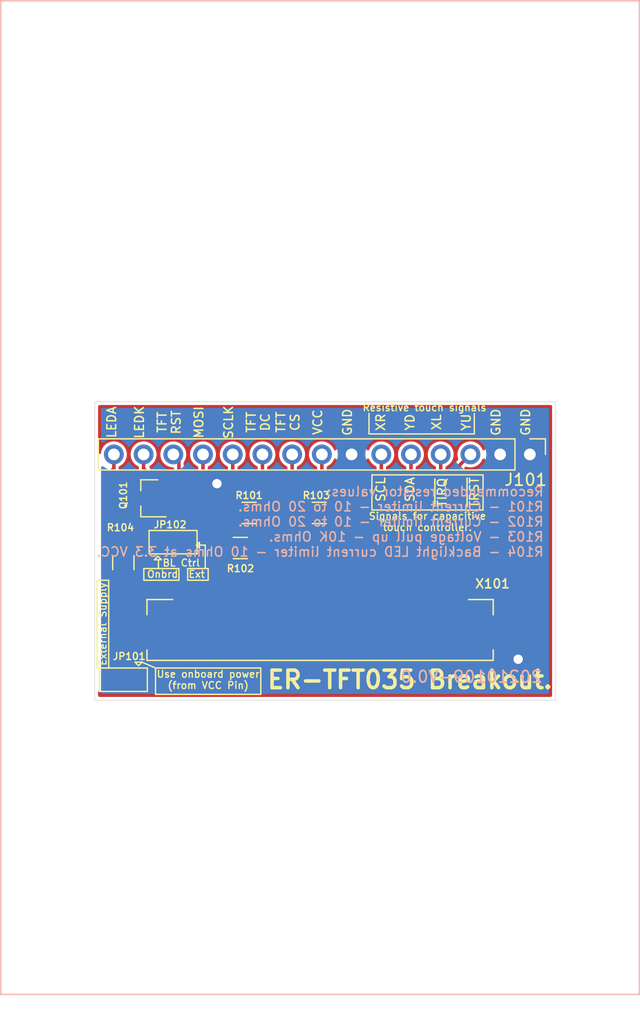
<source format=kicad_pcb>
(kicad_pcb (version 20171130) (host pcbnew "(5.1.5)-3")

  (general
    (thickness 1.6)
    (drawings 65)
    (tracks 139)
    (zones 0)
    (modules 9)
    (nets 25)
  )

  (page A4)
  (layers
    (0 F.Cu signal)
    (31 B.Cu signal)
    (32 B.Adhes user)
    (33 F.Adhes user)
    (34 B.Paste user)
    (35 F.Paste user)
    (36 B.SilkS user)
    (37 F.SilkS user)
    (38 B.Mask user)
    (39 F.Mask user)
    (40 Dwgs.User user)
    (41 Cmts.User user)
    (42 Eco1.User user)
    (43 Eco2.User user)
    (44 Edge.Cuts user)
    (45 Margin user)
    (46 B.CrtYd user)
    (47 F.CrtYd user)
    (48 B.Fab user hide)
    (49 F.Fab user hide)
  )

  (setup
    (last_trace_width 0.25)
    (user_trace_width 0.3)
    (user_trace_width 0.4)
    (user_trace_width 0.5)
    (trace_clearance 0.2)
    (zone_clearance 0.254)
    (zone_45_only no)
    (trace_min 0.2)
    (via_size 0.8)
    (via_drill 0.4)
    (via_min_size 0.4)
    (via_min_drill 0.3)
    (user_via 1 0.8)
    (uvia_size 0.3)
    (uvia_drill 0.1)
    (uvias_allowed no)
    (uvia_min_size 0.2)
    (uvia_min_drill 0.1)
    (edge_width 0.05)
    (segment_width 0.2)
    (pcb_text_width 0.3)
    (pcb_text_size 1.5 1.5)
    (mod_edge_width 0.12)
    (mod_text_size 1 1)
    (mod_text_width 0.15)
    (pad_size 1.524 1.524)
    (pad_drill 0.762)
    (pad_to_mask_clearance 0.051)
    (solder_mask_min_width 0.25)
    (aux_axis_origin 150.5 96.25)
    (visible_elements 7FFFFFFF)
    (pcbplotparams
      (layerselection 0x010fc_ffffffff)
      (usegerberextensions false)
      (usegerberattributes false)
      (usegerberadvancedattributes false)
      (creategerberjobfile false)
      (excludeedgelayer true)
      (linewidth 0.200000)
      (plotframeref false)
      (viasonmask false)
      (mode 1)
      (useauxorigin true)
      (hpglpennumber 1)
      (hpglpenspeed 20)
      (hpglpendiameter 15.000000)
      (psnegative false)
      (psa4output false)
      (plotreference true)
      (plotvalue true)
      (plotinvisibletext false)
      (padsonsilk false)
      (subtractmaskfromsilk false)
      (outputformat 1)
      (mirror false)
      (drillshape 0)
      (scaleselection 1)
      (outputdirectory "plots/"))
  )

  (net 0 "")
  (net 1 /LEDA)
  (net 2 /LEDK)
  (net 3 /TFT_RST)
  (net 4 /MOSI)
  (net 5 /SCLK)
  (net 6 /TFT_DC)
  (net 7 /TFT_CS)
  (net 8 +2V8)
  (net 9 GND)
  (net 10 "Net-(R101-Pad2)")
  (net 11 "Net-(R102-Pad2)")
  (net 12 "Net-(X101-Pad39)")
  (net 13 "Net-(X101-Pad33)")
  (net 14 "Net-(X101-Pad6)")
  (net 15 "Net-(X101-Pad5)")
  (net 16 "Net-(X101-Pad4)")
  (net 17 /XR-SCL)
  (net 18 /YD-SDA)
  (net 19 /XL-~TIRQ)
  (net 20 /YU-~TRST)
  (net 21 "Net-(JP101-Pad2)")
  (net 22 "Net-(JP102-Pad2)")
  (net 23 "Net-(JP102-Pad1)")
  (net 24 "Net-(R104-Pad1)")

  (net_class Default "This is the default net class."
    (clearance 0.2)
    (trace_width 0.25)
    (via_dia 0.8)
    (via_drill 0.4)
    (uvia_dia 0.3)
    (uvia_drill 0.1)
    (add_net +2V8)
    (add_net /LEDA)
    (add_net /LEDK)
    (add_net /MOSI)
    (add_net /SCLK)
    (add_net /TFT_CS)
    (add_net /TFT_DC)
    (add_net /TFT_RST)
    (add_net /XL-~TIRQ)
    (add_net /XR-SCL)
    (add_net /YD-SDA)
    (add_net /YU-~TRST)
    (add_net GND)
    (add_net "Net-(JP101-Pad2)")
    (add_net "Net-(JP102-Pad1)")
    (add_net "Net-(JP102-Pad2)")
    (add_net "Net-(R101-Pad2)")
    (add_net "Net-(R102-Pad2)")
    (add_net "Net-(R104-Pad1)")
    (add_net "Net-(X101-Pad33)")
    (add_net "Net-(X101-Pad39)")
    (add_net "Net-(X101-Pad4)")
    (add_net "Net-(X101-Pad5)")
    (add_net "Net-(X101-Pad6)")
  )

  (module Resistor_SMD:R_1206_3216Metric_Pad1.42x1.75mm_HandSolder (layer F.Cu) (tedit 5B301BBD) (tstamp 5EDBC440)
    (at 143.25 96)
    (descr "Resistor SMD 1206 (3216 Metric), square (rectangular) end terminal, IPC_7351 nominal with elongated pad for handsoldering. (Body size source: http://www.tortai-tech.com/upload/download/2011102023233369053.pdf), generated with kicad-footprint-generator")
    (tags "resistor handsolder")
    (path /5EDE5CBA)
    (attr smd)
    (fp_text reference R102 (at 0.0125 1.75) (layer F.SilkS)
      (effects (font (size 0.6 0.6) (thickness 0.12)))
    )
    (fp_text value 12 (at 0 1.82) (layer F.Fab)
      (effects (font (size 1 1) (thickness 0.15)))
    )
    (fp_text user %R (at 0 0) (layer F.Fab)
      (effects (font (size 0.8 0.8) (thickness 0.12)))
    )
    (fp_line (start 2.45 1.12) (end -2.45 1.12) (layer F.CrtYd) (width 0.05))
    (fp_line (start 2.45 -1.12) (end 2.45 1.12) (layer F.CrtYd) (width 0.05))
    (fp_line (start -2.45 -1.12) (end 2.45 -1.12) (layer F.CrtYd) (width 0.05))
    (fp_line (start -2.45 1.12) (end -2.45 -1.12) (layer F.CrtYd) (width 0.05))
    (fp_line (start -0.602064 0.91) (end 0.602064 0.91) (layer F.SilkS) (width 0.12))
    (fp_line (start -0.602064 -0.91) (end 0.602064 -0.91) (layer F.SilkS) (width 0.12))
    (fp_line (start 1.6 0.8) (end -1.6 0.8) (layer F.Fab) (width 0.1))
    (fp_line (start 1.6 -0.8) (end 1.6 0.8) (layer F.Fab) (width 0.1))
    (fp_line (start -1.6 -0.8) (end 1.6 -0.8) (layer F.Fab) (width 0.1))
    (fp_line (start -1.6 0.8) (end -1.6 -0.8) (layer F.Fab) (width 0.1))
    (pad 2 smd roundrect (at 1.4875 0) (size 1.425 1.75) (layers F.Cu F.Paste F.Mask) (roundrect_rratio 0.175439)
      (net 11 "Net-(R102-Pad2)"))
    (pad 1 smd roundrect (at -1.4875 0) (size 1.425 1.75) (layers F.Cu F.Paste F.Mask) (roundrect_rratio 0.175439)
      (net 4 /MOSI))
    (model ${KISYS3DMOD}/Resistor_SMD.3dshapes/R_1206_3216Metric.wrl
      (at (xyz 0 0 0))
      (scale (xyz 1 1 1))
      (rotate (xyz 0 0 0))
    )
  )

  (module Resistor_SMD:R_1206_3216Metric_Pad1.42x1.75mm_HandSolder (layer F.Cu) (tedit 5B301BBD) (tstamp 5FF659F6)
    (at 133.25 97.25 270)
    (descr "Resistor SMD 1206 (3216 Metric), square (rectangular) end terminal, IPC_7351 nominal with elongated pad for handsoldering. (Body size source: http://www.tortai-tech.com/upload/download/2011102023233369053.pdf), generated with kicad-footprint-generator")
    (tags "resistor handsolder")
    (path /5FF8CB9E)
    (attr smd)
    (fp_text reference R104 (at -3 0.25 180) (layer F.SilkS)
      (effects (font (size 0.6 0.6) (thickness 0.12)))
    )
    (fp_text value 10 (at 0 1.82 90) (layer F.Fab)
      (effects (font (size 1 1) (thickness 0.15)))
    )
    (fp_text user %R (at 0 0 90) (layer F.Fab)
      (effects (font (size 0.8 0.8) (thickness 0.12)))
    )
    (fp_line (start 2.45 1.12) (end -2.45 1.12) (layer F.CrtYd) (width 0.05))
    (fp_line (start 2.45 -1.12) (end 2.45 1.12) (layer F.CrtYd) (width 0.05))
    (fp_line (start -2.45 -1.12) (end 2.45 -1.12) (layer F.CrtYd) (width 0.05))
    (fp_line (start -2.45 1.12) (end -2.45 -1.12) (layer F.CrtYd) (width 0.05))
    (fp_line (start -0.602064 0.91) (end 0.602064 0.91) (layer F.SilkS) (width 0.12))
    (fp_line (start -0.602064 -0.91) (end 0.602064 -0.91) (layer F.SilkS) (width 0.12))
    (fp_line (start 1.6 0.8) (end -1.6 0.8) (layer F.Fab) (width 0.1))
    (fp_line (start 1.6 -0.8) (end 1.6 0.8) (layer F.Fab) (width 0.1))
    (fp_line (start -1.6 -0.8) (end 1.6 -0.8) (layer F.Fab) (width 0.1))
    (fp_line (start -1.6 0.8) (end -1.6 -0.8) (layer F.Fab) (width 0.1))
    (pad 2 smd roundrect (at 1.4875 0 270) (size 1.425 1.75) (layers F.Cu F.Paste F.Mask) (roundrect_rratio 0.175439)
      (net 21 "Net-(JP101-Pad2)"))
    (pad 1 smd roundrect (at -1.4875 0 270) (size 1.425 1.75) (layers F.Cu F.Paste F.Mask) (roundrect_rratio 0.175439)
      (net 24 "Net-(R104-Pad1)"))
    (model ${KISYS3DMOD}/Resistor_SMD.3dshapes/R_1206_3216Metric.wrl
      (at (xyz 0 0 0))
      (scale (xyz 1 1 1))
      (rotate (xyz 0 0 0))
    )
  )

  (module Package_TO_SOT_SMD:SOT-23 (layer F.Cu) (tedit 5A02FF57) (tstamp 5FF659A5)
    (at 135.5 91.75 180)
    (descr "SOT-23, Standard")
    (tags SOT-23)
    (path /5FF5ED3F)
    (attr smd)
    (fp_text reference Q101 (at 2.25 0.25 90) (layer F.SilkS)
      (effects (font (size 0.6 0.6) (thickness 0.12)))
    )
    (fp_text value IRLML0040 (at 0 2.5) (layer F.Fab)
      (effects (font (size 1 1) (thickness 0.15)))
    )
    (fp_line (start 0.76 1.58) (end -0.7 1.58) (layer F.SilkS) (width 0.12))
    (fp_line (start 0.76 -1.58) (end -1.4 -1.58) (layer F.SilkS) (width 0.12))
    (fp_line (start -1.7 1.75) (end -1.7 -1.75) (layer F.CrtYd) (width 0.05))
    (fp_line (start 1.7 1.75) (end -1.7 1.75) (layer F.CrtYd) (width 0.05))
    (fp_line (start 1.7 -1.75) (end 1.7 1.75) (layer F.CrtYd) (width 0.05))
    (fp_line (start -1.7 -1.75) (end 1.7 -1.75) (layer F.CrtYd) (width 0.05))
    (fp_line (start 0.76 -1.58) (end 0.76 -0.65) (layer F.SilkS) (width 0.12))
    (fp_line (start 0.76 1.58) (end 0.76 0.65) (layer F.SilkS) (width 0.12))
    (fp_line (start -0.7 1.52) (end 0.7 1.52) (layer F.Fab) (width 0.1))
    (fp_line (start 0.7 -1.52) (end 0.7 1.52) (layer F.Fab) (width 0.1))
    (fp_line (start -0.7 -0.95) (end -0.15 -1.52) (layer F.Fab) (width 0.1))
    (fp_line (start -0.15 -1.52) (end 0.7 -1.52) (layer F.Fab) (width 0.1))
    (fp_line (start -0.7 -0.95) (end -0.7 1.5) (layer F.Fab) (width 0.1))
    (fp_text user %R (at 0 0 90) (layer F.Fab)
      (effects (font (size 0.5 0.5) (thickness 0.075)))
    )
    (pad 3 smd rect (at 1 0 180) (size 0.9 0.8) (layers F.Cu F.Paste F.Mask)
      (net 23 "Net-(JP102-Pad1)"))
    (pad 2 smd rect (at -1 0.95 180) (size 0.9 0.8) (layers F.Cu F.Paste F.Mask)
      (net 9 GND))
    (pad 1 smd rect (at -1 -0.95 180) (size 0.9 0.8) (layers F.Cu F.Paste F.Mask)
      (net 2 /LEDK))
    (model ${KISYS3DMOD}/Package_TO_SOT_SMD.3dshapes/SOT-23.wrl
      (at (xyz 0 0 0))
      (scale (xyz 1 1 1))
      (rotate (xyz 0 0 0))
    )
  )

  (module Jumper:SolderJumper-3_P1.3mm_Bridged12_Pad1.0x1.5mm (layer F.Cu) (tedit 5C756B4C) (tstamp 5FF66660)
    (at 137.5 95.5)
    (descr "SMD Solder 3-pad Jumper, 1x1.5mm Pads, 0.3mm gap, pads 1-2 bridged with 1 copper strip")
    (tags "solder jumper open")
    (path /5FF6B476)
    (attr virtual)
    (fp_text reference JP102 (at -0.25 -1.5) (layer F.SilkS)
      (effects (font (size 0.6 0.6) (thickness 0.12)))
    )
    (fp_text value Jumper_3_Bridged12 (at 0 2) (layer F.Fab)
      (effects (font (size 1 1) (thickness 0.15)))
    )
    (fp_poly (pts (xy -0.9 -0.3) (xy -0.4 -0.3) (xy -0.4 0.3) (xy -0.9 0.3)) (layer F.Cu) (width 0))
    (fp_line (start 2.3 1.25) (end -2.3 1.25) (layer F.CrtYd) (width 0.05))
    (fp_line (start 2.3 1.25) (end 2.3 -1.25) (layer F.CrtYd) (width 0.05))
    (fp_line (start -2.3 -1.25) (end -2.3 1.25) (layer F.CrtYd) (width 0.05))
    (fp_line (start -2.3 -1.25) (end 2.3 -1.25) (layer F.CrtYd) (width 0.05))
    (fp_line (start -2.05 -1) (end 2.05 -1) (layer F.SilkS) (width 0.12))
    (fp_line (start 2.05 -1) (end 2.05 1) (layer F.SilkS) (width 0.12))
    (fp_line (start 2.05 1) (end -2.05 1) (layer F.SilkS) (width 0.12))
    (fp_line (start -2.05 1) (end -2.05 -1) (layer F.SilkS) (width 0.12))
    (fp_line (start -1.3 1.2) (end -1.6 1.5) (layer F.SilkS) (width 0.12))
    (fp_line (start -1.6 1.5) (end -1 1.5) (layer F.SilkS) (width 0.12))
    (fp_line (start -1.3 1.2) (end -1 1.5) (layer F.SilkS) (width 0.12))
    (pad 2 smd rect (at 0 0) (size 1 1.5) (layers F.Cu F.Mask)
      (net 22 "Net-(JP102-Pad2)"))
    (pad 3 smd rect (at 1.3 0) (size 1 1.5) (layers F.Cu F.Mask)
      (net 2 /LEDK))
    (pad 1 smd rect (at -1.3 0) (size 1 1.5) (layers F.Cu F.Mask)
      (net 23 "Net-(JP102-Pad1)"))
  )

  (module Jumper:SolderJumper-3_P1.3mm_Bridged12_Pad1.0x1.5mm (layer F.Cu) (tedit 5C756B4C) (tstamp 5FF65F14)
    (at 133.25 107.25 180)
    (descr "SMD Solder 3-pad Jumper, 1x1.5mm Pads, 0.3mm gap, pads 1-2 bridged with 1 copper strip")
    (tags "solder jumper open")
    (path /5FF8C2C5)
    (attr virtual)
    (fp_text reference JP101 (at -0.5 2) (layer F.SilkS)
      (effects (font (size 0.6 0.6) (thickness 0.12)))
    )
    (fp_text value Jumper_3_Bridged12 (at 0 2) (layer F.Fab)
      (effects (font (size 1 1) (thickness 0.15)))
    )
    (fp_poly (pts (xy -0.9 -0.3) (xy -0.4 -0.3) (xy -0.4 0.3) (xy -0.9 0.3)) (layer F.Cu) (width 0))
    (fp_line (start 2.3 1.25) (end -2.3 1.25) (layer F.CrtYd) (width 0.05))
    (fp_line (start 2.3 1.25) (end 2.3 -1.25) (layer F.CrtYd) (width 0.05))
    (fp_line (start -2.3 -1.25) (end -2.3 1.25) (layer F.CrtYd) (width 0.05))
    (fp_line (start -2.3 -1.25) (end 2.3 -1.25) (layer F.CrtYd) (width 0.05))
    (fp_line (start -2.05 -1) (end 2.05 -1) (layer F.SilkS) (width 0.12))
    (fp_line (start 2.05 -1) (end 2.05 1) (layer F.SilkS) (width 0.12))
    (fp_line (start 2.05 1) (end -2.05 1) (layer F.SilkS) (width 0.12))
    (fp_line (start -2.05 1) (end -2.05 -1) (layer F.SilkS) (width 0.12))
    (fp_line (start -1.3 1.2) (end -1.6 1.5) (layer F.SilkS) (width 0.12))
    (fp_line (start -1.6 1.5) (end -1 1.5) (layer F.SilkS) (width 0.12))
    (fp_line (start -1.3 1.2) (end -1 1.5) (layer F.SilkS) (width 0.12))
    (pad 2 smd rect (at 0 0 180) (size 1 1.5) (layers F.Cu F.Mask)
      (net 21 "Net-(JP101-Pad2)"))
    (pad 3 smd rect (at 1.3 0 180) (size 1 1.5) (layers F.Cu F.Mask)
      (net 1 /LEDA))
    (pad 1 smd rect (at -1.3 0 180) (size 1 1.5) (layers F.Cu F.Mask)
      (net 8 +2V8))
  )

  (module MarcoK:TFT_3.5IN_320X480_50PIN (layer B.Cu) (tedit 0) (tstamp 5EDBDC7B)
    (at 150.0685 96.7385 180)
    (path /5EDCC433)
    (fp_text reference X101 (at -13.1815 -2.7615 180) (layer F.SilkS)
      (effects (font (size 0.77216 0.77216) (thickness 0.138988)) (justify left bottom))
    )
    (fp_text value DISP_LCD_3.5IN_320X480_50PIN_BUY_DISPLAY_ER-TFT035-6 (at 14.726 -9.225 180) (layer F.Fab)
      (effects (font (size 0.38608 0.38608) (thickness 0.038608)) (justify left bottom))
    )
    (fp_line (start 2.54 -18.034) (end 2.54 -34.29) (layer B.Fab) (width 0.127))
    (fp_line (start -14.732 -18.034) (end -14.732 -34.29) (layer B.Fab) (width 0.127))
    (fp_line (start -27.178 -39.878) (end -27.178 -34.29) (layer B.Fab) (width 0.127))
    (fp_line (start 27.178 -39.878) (end -27.178 -39.878) (layer B.Fab) (width 0.127))
    (fp_line (start 27.178 -34.29) (end 27.178 -39.878) (layer B.Fab) (width 0.127))
    (fp_line (start 2.54 -34.29) (end 27.178 -34.29) (layer B.Fab) (width 0.127))
    (fp_line (start -27.178 -34.29) (end -14.732 -34.29) (layer B.Fab) (width 0.127))
    (fp_line (start -14.732 -18.034) (end 2.54 -18.034) (layer B.Fab) (width 0.127))
    (fp_text user "Suggested Captouch cutout" (at -6.604 -31.856) (layer B.Fab)
      (effects (font (size 0.77216 0.77216) (thickness 0.12192)) (justify mirror))
    )
    (fp_line (start -14.986 -18.034) (end -14.732 -18.034) (layer B.Fab) (width 0.127))
    (fp_text user "Suggested Cutout Zone" (at 0 -16.87) (layer B.Fab)
      (effects (font (size 0.77216 0.77216) (thickness 0.12192)) (justify mirror))
    )
    (fp_line (start -15 -17.91) (end -15 -10.37) (layer B.Fab) (width 0.127))
    (fp_line (start 15 -17.91) (end -15 -17.91) (layer B.Fab) (width 0.127))
    (fp_line (start 15 -10.37) (end 15 -17.91) (layer B.Fab) (width 0.127))
    (fp_line (start -15 -10.37) (end 15 -10.37) (layer B.Fab) (width 0.127))
    (fp_line (start 12.4 -3.59) (end 12.3 -3.49) (layer F.Fab) (width 0.127))
    (fp_line (start 12.5 -3.59) (end 12.4 -3.59) (layer F.Fab) (width 0.127))
    (fp_line (start 12.1 -3.59) (end 12.4 -3.59) (layer F.Fab) (width 0.127))
    (fp_line (start 12.3 -3.39) (end 12.1 -3.59) (layer F.Fab) (width 0.127))
    (fp_line (start 12.5 -3.59) (end 12.3 -3.39) (layer F.Fab) (width 0.127))
    (fp_line (start -14.8 -8.86) (end -14.8 -7.96) (layer F.SilkS) (width 0.127))
    (fp_line (start 14.8 -8.86) (end -14.8 -8.86) (layer F.SilkS) (width 0.127))
    (fp_line (start 14.8 -7.96) (end 14.8 -8.86) (layer F.SilkS) (width 0.127))
    (fp_line (start -14.8 -3.66) (end -14.8 -4.96) (layer F.SilkS) (width 0.127))
    (fp_line (start -12.7 -3.66) (end -14.8 -3.66) (layer F.SilkS) (width 0.127))
    (fp_line (start 14.8 -3.66) (end 14.8 -4.96) (layer F.SilkS) (width 0.127))
    (fp_line (start 12.6 -3.66) (end 14.8 -3.66) (layer F.SilkS) (width 0.127))
    (fp_line (start 14.65 -7.49) (end -14.65 -7.49) (layer F.Fab) (width 0.127))
    (fp_line (start -14.65 -2.49) (end -14.65 -7.49) (layer F.Fab) (width 0.127))
    (fp_line (start 14.65 -2.49) (end -14.65 -2.49) (layer F.Fab) (width 0.127))
    (fp_line (start 14.65 -7.49) (end 14.65 -2.49) (layer F.Fab) (width 0.127))
    (fp_text user YD (at 0 -27) (layer B.Fab)
      (effects (font (size 1.59258 1.59258) (thickness 0.25146)) (justify mirror))
    )
    (fp_text user YU (at 0 41.5) (layer B.Fab)
      (effects (font (size 1.59258 1.59258) (thickness 0.25146)) (justify mirror))
    )
    (fp_text user XR (at 21.5 10) (layer B.Fab)
      (effects (font (size 1.59258 1.59258) (thickness 0.25146)) (justify mirror))
    )
    (fp_text user XL (at -21.5 10) (layer B.Fab)
      (effects (font (size 1.59258 1.59258) (thickness 0.25146)) (justify mirror))
    )
    (fp_line (start -27.3 -37.4) (end -27.3 47.5) (layer B.SilkS) (width 0.127))
    (fp_line (start 27.3 -37.4) (end -27.3 -37.4) (layer B.SilkS) (width 0.127))
    (fp_line (start 27.3 47.5) (end 27.3 -37.4) (layer B.SilkS) (width 0.127))
    (fp_line (start -27.3 47.5) (end 27.3 47.5) (layer B.SilkS) (width 0.127))
    (fp_text user 1 (at 11.6 -11.07) (layer B.Fab)
      (effects (font (size 0.9652 0.9652) (thickness 0.1524)) (justify mirror))
    )
    (fp_text user 50 (at -11.2 -11.07) (layer B.Fab)
      (effects (font (size 0.9652 0.9652) (thickness 0.1524)) (justify mirror))
    )
    (fp_line (start -12.5 -9.17) (end 12.5 -9.17) (layer B.Fab) (width 0.127))
    (fp_line (start -11.8 -36.9) (end -12.1 -36.9) (layer B.Fab) (width 0.127))
    (fp_line (start 21.6 -36.9) (end 11.7 -36.9) (layer B.Fab) (width 0.127))
    (fp_arc (start 21.6 -35.9) (end 22.6 -35.9) (angle -90) (layer B.Fab) (width 0.127))
    (fp_line (start 22.6 -30.3) (end 22.6 -35.9) (layer B.Fab) (width 0.127))
    (fp_line (start 18.1 -25.8) (end 22.6 -30.3) (layer B.Fab) (width 0.127))
    (fp_line (start 17.9 -25.8) (end 18.1 -25.8) (layer B.Fab) (width 0.127))
    (fp_line (start 13.4 -25.8) (end 17.9 -25.8) (layer B.Fab) (width 0.127))
    (fp_arc (start 13.4 -24.9) (end 12.5 -24.9) (angle 90) (layer B.Fab) (width 0.127))
    (fp_line (start 12.5 -9.17) (end 12.5 -24.9) (layer B.Fab) (width 0.127))
    (fp_line (start 12.5 -5.87) (end 12.5 -9.17) (layer B.Fab) (width 0.127))
    (fp_arc (start 12.2 -5.87) (end 12.2 -5.57) (angle -90) (layer B.Fab) (width 0.127))
    (fp_line (start -12.2 -5.57) (end 12.2 -5.57) (layer B.Fab) (width 0.127))
    (fp_arc (start -12.2 -5.87) (end -12.5 -5.87) (angle -90) (layer B.Fab) (width 0.127))
    (fp_line (start -12.5 -9.17) (end -12.5 -5.87) (layer B.Fab) (width 0.127))
    (fp_line (start -12.5 -24.8) (end -12.5 -9.17) (layer B.Fab) (width 0.127))
    (fp_arc (start -13.5 -24.8) (end -13.5 -25.8) (angle 90) (layer B.Fab) (width 0.127))
    (fp_line (start -18.2 -25.8) (end -13.5 -25.8) (layer B.Fab) (width 0.127))
    (fp_line (start -22.6 -30.2) (end -18.2 -25.8) (layer B.Fab) (width 0.127))
    (fp_line (start -22.6 -36) (end -22.6 -30.2) (layer B.Fab) (width 0.127))
    (fp_arc (start -21.7 -36) (end -21.7 -36.9) (angle -90) (layer B.Fab) (width 0.127))
    (fp_line (start -12.1 -36.9) (end -21.7 -36.9) (layer B.Fab) (width 0.127))
    (fp_text user "TFT LCD Display" (at 0 12.5) (layer B.Fab)
      (effects (font (size 1.2065 1.2065) (thickness 0.1016)) (justify mirror))
    )
    (fp_text user "3.5\" 320x480" (at 0 7.2) (layer B.Fab)
      (effects (font (size 1.2065 1.2065) (thickness 0.1016)) (justify mirror))
    )
    (fp_line (start -24.48 -28.38) (end -24.48 44.44) (layer B.Fab) (width 0.127))
    (fp_line (start 24.48 -28.38) (end -24.48 -28.38) (layer B.Fab) (width 0.127))
    (fp_line (start 24.48 44.44) (end 24.48 -28.38) (layer B.Fab) (width 0.127))
    (fp_line (start -24.48 44.44) (end 24.48 44.44) (layer B.Fab) (width 0.127))
    (fp_line (start -25.33 -29.55) (end -25.33 45.55) (layer B.Fab) (width 0.127))
    (fp_line (start 25.33 -29.55) (end -25.33 -29.55) (layer B.Fab) (width 0.127))
    (fp_line (start 25.33 45.55) (end 25.33 -29.55) (layer B.Fab) (width 0.127))
    (fp_line (start -25.33 45.55) (end 25.33 45.55) (layer B.Fab) (width 0.127))
    (fp_line (start -27.17 -37.3) (end -27.17 47.4) (layer B.Fab) (width 0.127))
    (fp_line (start 27.17 -37.3) (end -27.17 -37.3) (layer B.Fab) (width 0.127))
    (fp_line (start 27.17 47.4) (end 27.17 -37.3) (layer B.Fab) (width 0.127))
    (fp_line (start -27.17 47.4) (end 27.17 47.4) (layer B.Fab) (width 0.127))
    (pad PAD2 smd roundrect (at -14.35 -6.46) (size 2.4 2.4) (layers F.Cu F.Paste F.Mask) (roundrect_rratio 0.125)
      (solder_mask_margin 0.0508))
    (pad PAD1 smd roundrect (at 14.35 -6.46) (size 2.4 2.4) (layers F.Cu F.Paste F.Mask) (roundrect_rratio 0.125)
      (solder_mask_margin 0.0508))
    (pad 50 smd rect (at -12.25 -3.76) (size 0.275 1.2) (layers F.Cu F.Paste F.Mask)
      (net 9 GND) (solder_mask_margin 0.0508))
    (pad 49 smd rect (at -11.75 -3.76) (size 0.275 1.2) (layers F.Cu F.Paste F.Mask)
      (net 9 GND) (solder_mask_margin 0.0508))
    (pad 48 smd rect (at -11.25 -3.76) (size 0.275 1.2) (layers F.Cu F.Paste F.Mask)
      (net 9 GND) (solder_mask_margin 0.0508))
    (pad 47 smd rect (at -10.75 -3.76) (size 0.275 1.2) (layers F.Cu F.Paste F.Mask)
      (net 20 /YU-~TRST) (solder_mask_margin 0.0508))
    (pad 46 smd rect (at -10.25 -3.76) (size 0.275 1.2) (layers F.Cu F.Paste F.Mask)
      (net 19 /XL-~TIRQ) (solder_mask_margin 0.0508))
    (pad 45 smd rect (at -9.75 -3.76) (size 0.275 1.2) (layers F.Cu F.Paste F.Mask)
      (net 18 /YD-SDA) (solder_mask_margin 0.0508))
    (pad 44 smd rect (at -9.25 -3.76) (size 0.275 1.2) (layers F.Cu F.Paste F.Mask)
      (net 17 /XR-SCL) (solder_mask_margin 0.0508))
    (pad 43 smd rect (at -8.75 -3.76) (size 0.275 1.2) (layers F.Cu F.Paste F.Mask)
      (net 9 GND) (solder_mask_margin 0.0508))
    (pad 42 smd rect (at -8.25 -3.76) (size 0.275 1.2) (layers F.Cu F.Paste F.Mask)
      (net 8 +2V8) (solder_mask_margin 0.0508))
    (pad 41 smd rect (at -7.75 -3.76) (size 0.275 1.2) (layers F.Cu F.Paste F.Mask)
      (net 8 +2V8) (solder_mask_margin 0.0508))
    (pad 40 smd rect (at -7.25 -3.76) (size 0.275 1.2) (layers F.Cu F.Paste F.Mask)
      (net 8 +2V8) (solder_mask_margin 0.0508))
    (pad 39 smd rect (at -6.75 -3.76) (size 0.275 1.2) (layers F.Cu F.Paste F.Mask)
      (net 12 "Net-(X101-Pad39)") (solder_mask_margin 0.0508))
    (pad 38 smd rect (at -6.25 -3.76) (size 0.275 1.2) (layers F.Cu F.Paste F.Mask)
      (net 7 /TFT_CS) (solder_mask_margin 0.0508))
    (pad 37 smd rect (at -5.75 -3.76) (size 0.275 1.2) (layers F.Cu F.Paste F.Mask)
      (net 6 /TFT_DC) (solder_mask_margin 0.0508))
    (pad 36 smd rect (at -5.25 -3.76) (size 0.275 1.2) (layers F.Cu F.Paste F.Mask)
      (net 10 "Net-(R101-Pad2)") (solder_mask_margin 0.0508))
    (pad 35 smd rect (at -4.75 -3.76) (size 0.275 1.2) (layers F.Cu F.Paste F.Mask)
      (net 8 +2V8) (solder_mask_margin 0.0508))
    (pad 34 smd rect (at -4.25 -3.76) (size 0.275 1.2) (layers F.Cu F.Paste F.Mask)
      (net 11 "Net-(R102-Pad2)") (solder_mask_margin 0.0508))
    (pad 33 smd rect (at -3.75 -3.76) (size 0.275 1.2) (layers F.Cu F.Paste F.Mask)
      (net 13 "Net-(X101-Pad33)") (solder_mask_margin 0.0508))
    (pad 32 smd rect (at -3.25 -3.76) (size 0.275 1.2) (layers F.Cu F.Paste F.Mask)
      (net 9 GND) (solder_mask_margin 0.0508))
    (pad 31 smd rect (at -2.75 -3.76) (size 0.275 1.2) (layers F.Cu F.Paste F.Mask)
      (net 9 GND) (solder_mask_margin 0.0508))
    (pad 30 smd rect (at -2.25 -3.76) (size 0.275 1.2) (layers F.Cu F.Paste F.Mask)
      (net 9 GND) (solder_mask_margin 0.0508))
    (pad 29 smd rect (at -1.75 -3.76) (size 0.275 1.2) (layers F.Cu F.Paste F.Mask)
      (net 9 GND) (solder_mask_margin 0.0508))
    (pad 28 smd rect (at -1.25 -3.76) (size 0.275 1.2) (layers F.Cu F.Paste F.Mask)
      (net 9 GND) (solder_mask_margin 0.0508))
    (pad 27 smd rect (at -0.75 -3.76) (size 0.275 1.2) (layers F.Cu F.Paste F.Mask)
      (net 9 GND) (solder_mask_margin 0.0508))
    (pad 26 smd rect (at -0.25 -3.76) (size 0.275 1.2) (layers F.Cu F.Paste F.Mask)
      (net 9 GND) (solder_mask_margin 0.0508))
    (pad 25 smd rect (at 0.25 -3.76) (size 0.275 1.2) (layers F.Cu F.Paste F.Mask)
      (net 9 GND) (solder_mask_margin 0.0508))
    (pad 24 smd rect (at 0.75 -3.76) (size 0.275 1.2) (layers F.Cu F.Paste F.Mask)
      (net 9 GND) (solder_mask_margin 0.0508))
    (pad 23 smd rect (at 1.25 -3.76) (size 0.275 1.2) (layers F.Cu F.Paste F.Mask)
      (net 9 GND) (solder_mask_margin 0.0508))
    (pad 22 smd rect (at 1.75 -3.76) (size 0.275 1.2) (layers F.Cu F.Paste F.Mask)
      (net 9 GND) (solder_mask_margin 0.0508))
    (pad 21 smd rect (at 2.25 -3.76) (size 0.275 1.2) (layers F.Cu F.Paste F.Mask)
      (net 9 GND) (solder_mask_margin 0.0508))
    (pad 20 smd rect (at 2.75 -3.76) (size 0.275 1.2) (layers F.Cu F.Paste F.Mask)
      (net 9 GND) (solder_mask_margin 0.0508))
    (pad 19 smd rect (at 3.25 -3.76) (size 0.275 1.2) (layers F.Cu F.Paste F.Mask)
      (net 9 GND) (solder_mask_margin 0.0508))
    (pad 18 smd rect (at 3.75 -3.76) (size 0.275 1.2) (layers F.Cu F.Paste F.Mask)
      (net 9 GND) (solder_mask_margin 0.0508))
    (pad 17 smd rect (at 4.25 -3.76) (size 0.275 1.2) (layers F.Cu F.Paste F.Mask)
      (net 9 GND) (solder_mask_margin 0.0508))
    (pad 16 smd rect (at 4.75 -3.76) (size 0.275 1.2) (layers F.Cu F.Paste F.Mask)
      (net 9 GND) (solder_mask_margin 0.0508))
    (pad 15 smd rect (at 5.25 -3.76) (size 0.275 1.2) (layers F.Cu F.Paste F.Mask)
      (net 9 GND) (solder_mask_margin 0.0508))
    (pad 14 smd rect (at 5.75 -3.76) (size 0.275 1.2) (layers F.Cu F.Paste F.Mask)
      (net 9 GND) (solder_mask_margin 0.0508))
    (pad 13 smd rect (at 6.25 -3.76) (size 0.275 1.2) (layers F.Cu F.Paste F.Mask)
      (net 8 +2V8) (solder_mask_margin 0.0508))
    (pad 12 smd rect (at 6.75 -3.76) (size 0.275 1.2) (layers F.Cu F.Paste F.Mask)
      (net 9 GND) (solder_mask_margin 0.0508))
    (pad 11 smd rect (at 7.25 -3.76) (size 0.275 1.2) (layers F.Cu F.Paste F.Mask)
      (net 9 GND) (solder_mask_margin 0.0508))
    (pad 10 smd rect (at 7.75 -3.76) (size 0.275 1.2) (layers F.Cu F.Paste F.Mask)
      (net 3 /TFT_RST) (solder_mask_margin 0.0508))
    (pad 9 smd rect (at 8.25 -3.76) (size 0.275 1.2) (layers F.Cu F.Paste F.Mask)
      (net 8 +2V8) (solder_mask_margin 0.0508))
    (pad 8 smd rect (at 8.75 -3.76) (size 0.275 1.2) (layers F.Cu F.Paste F.Mask)
      (net 8 +2V8) (solder_mask_margin 0.0508))
    (pad 7 smd rect (at 9.25 -3.76) (size 0.275 1.2) (layers F.Cu F.Paste F.Mask)
      (net 8 +2V8) (solder_mask_margin 0.0508))
    (pad 6 smd rect (at 9.75 -3.76) (size 0.275 1.2) (layers F.Cu F.Paste F.Mask)
      (net 14 "Net-(X101-Pad6)") (solder_mask_margin 0.0508))
    (pad 5 smd rect (at 10.25 -3.76) (size 0.275 1.2) (layers F.Cu F.Paste F.Mask)
      (net 15 "Net-(X101-Pad5)") (solder_mask_margin 0.0508))
    (pad 4 smd rect (at 10.75 -3.76) (size 0.275 1.2) (layers F.Cu F.Paste F.Mask)
      (net 16 "Net-(X101-Pad4)") (solder_mask_margin 0.0508))
    (pad 3 smd rect (at 11.25 -3.76) (size 0.275 1.2) (layers F.Cu F.Paste F.Mask)
      (net 22 "Net-(JP102-Pad2)") (solder_mask_margin 0.0508))
    (pad 2 smd rect (at 11.75 -3.76) (size 0.275 1.2) (layers F.Cu F.Paste F.Mask)
      (net 22 "Net-(JP102-Pad2)") (solder_mask_margin 0.0508))
    (pad 1 smd rect (at 12.25 -3.76) (size 0.275 1.2) (layers F.Cu F.Paste F.Mask)
      (net 24 "Net-(R104-Pad1)") (solder_mask_margin 0.0508))
  )

  (module Resistor_SMD:R_1206_3216Metric_Pad1.42x1.75mm_HandSolder (layer F.Cu) (tedit 5B301BBD) (tstamp 5FF66C18)
    (at 150 93 180)
    (descr "Resistor SMD 1206 (3216 Metric), square (rectangular) end terminal, IPC_7351 nominal with elongated pad for handsoldering. (Body size source: http://www.tortai-tech.com/upload/download/2011102023233369053.pdf), generated with kicad-footprint-generator")
    (tags "resistor handsolder")
    (path /5EDE54A8)
    (attr smd)
    (fp_text reference R103 (at 0.25 1.5) (layer F.SilkS)
      (effects (font (size 0.6 0.6) (thickness 0.12)))
    )
    (fp_text value 10K (at 0 1.82) (layer F.Fab)
      (effects (font (size 1 1) (thickness 0.15)))
    )
    (fp_text user %R (at 0 0) (layer F.Fab)
      (effects (font (size 0.8 0.8) (thickness 0.12)))
    )
    (fp_line (start 2.45 1.12) (end -2.45 1.12) (layer F.CrtYd) (width 0.05))
    (fp_line (start 2.45 -1.12) (end 2.45 1.12) (layer F.CrtYd) (width 0.05))
    (fp_line (start -2.45 -1.12) (end 2.45 -1.12) (layer F.CrtYd) (width 0.05))
    (fp_line (start -2.45 1.12) (end -2.45 -1.12) (layer F.CrtYd) (width 0.05))
    (fp_line (start -0.602064 0.91) (end 0.602064 0.91) (layer F.SilkS) (width 0.12))
    (fp_line (start -0.602064 -0.91) (end 0.602064 -0.91) (layer F.SilkS) (width 0.12))
    (fp_line (start 1.6 0.8) (end -1.6 0.8) (layer F.Fab) (width 0.1))
    (fp_line (start 1.6 -0.8) (end 1.6 0.8) (layer F.Fab) (width 0.1))
    (fp_line (start -1.6 -0.8) (end 1.6 -0.8) (layer F.Fab) (width 0.1))
    (fp_line (start -1.6 0.8) (end -1.6 -0.8) (layer F.Fab) (width 0.1))
    (pad 2 smd roundrect (at 1.4875 0 180) (size 1.425 1.75) (layers F.Cu F.Paste F.Mask) (roundrect_rratio 0.175439)
      (net 7 /TFT_CS))
    (pad 1 smd roundrect (at -1.4875 0 180) (size 1.425 1.75) (layers F.Cu F.Paste F.Mask) (roundrect_rratio 0.175439)
      (net 8 +2V8))
    (model ${KISYS3DMOD}/Resistor_SMD.3dshapes/R_1206_3216Metric.wrl
      (at (xyz 0 0 0))
      (scale (xyz 1 1 1))
      (rotate (xyz 0 0 0))
    )
  )

  (module Resistor_SMD:R_1206_3216Metric_Pad1.42x1.75mm_HandSolder (layer F.Cu) (tedit 5B301BBD) (tstamp 5EDBC42F)
    (at 144 93)
    (descr "Resistor SMD 1206 (3216 Metric), square (rectangular) end terminal, IPC_7351 nominal with elongated pad for handsoldering. (Body size source: http://www.tortai-tech.com/upload/download/2011102023233369053.pdf), generated with kicad-footprint-generator")
    (tags "resistor handsolder")
    (path /5EDE67C6)
    (attr smd)
    (fp_text reference R101 (at 0 -1.5) (layer F.SilkS)
      (effects (font (size 0.6 0.6) (thickness 0.12)))
    )
    (fp_text value 12 (at 0 1.82) (layer F.Fab)
      (effects (font (size 1 1) (thickness 0.15)))
    )
    (fp_text user %R (at 0 0) (layer F.Fab)
      (effects (font (size 0.8 0.8) (thickness 0.12)))
    )
    (fp_line (start 2.45 1.12) (end -2.45 1.12) (layer F.CrtYd) (width 0.05))
    (fp_line (start 2.45 -1.12) (end 2.45 1.12) (layer F.CrtYd) (width 0.05))
    (fp_line (start -2.45 -1.12) (end 2.45 -1.12) (layer F.CrtYd) (width 0.05))
    (fp_line (start -2.45 1.12) (end -2.45 -1.12) (layer F.CrtYd) (width 0.05))
    (fp_line (start -0.602064 0.91) (end 0.602064 0.91) (layer F.SilkS) (width 0.12))
    (fp_line (start -0.602064 -0.91) (end 0.602064 -0.91) (layer F.SilkS) (width 0.12))
    (fp_line (start 1.6 0.8) (end -1.6 0.8) (layer F.Fab) (width 0.1))
    (fp_line (start 1.6 -0.8) (end 1.6 0.8) (layer F.Fab) (width 0.1))
    (fp_line (start -1.6 -0.8) (end 1.6 -0.8) (layer F.Fab) (width 0.1))
    (fp_line (start -1.6 0.8) (end -1.6 -0.8) (layer F.Fab) (width 0.1))
    (pad 2 smd roundrect (at 1.4875 0) (size 1.425 1.75) (layers F.Cu F.Paste F.Mask) (roundrect_rratio 0.175439)
      (net 10 "Net-(R101-Pad2)"))
    (pad 1 smd roundrect (at -1.4875 0) (size 1.425 1.75) (layers F.Cu F.Paste F.Mask) (roundrect_rratio 0.175439)
      (net 5 /SCLK))
    (model ${KISYS3DMOD}/Resistor_SMD.3dshapes/R_1206_3216Metric.wrl
      (at (xyz 0 0 0))
      (scale (xyz 1 1 1))
      (rotate (xyz 0 0 0))
    )
  )

  (module Connector_PinHeader_2.54mm:PinHeader_1x15_P2.54mm_Vertical (layer F.Cu) (tedit 59FED5CC) (tstamp 5EDBC41E)
    (at 168 88 270)
    (descr "Through hole straight pin header, 1x15, 2.54mm pitch, single row")
    (tags "Through hole pin header THT 1x15 2.54mm single row")
    (path /5EDF0946)
    (fp_text reference J101 (at 2.17 0.36 180) (layer F.SilkS)
      (effects (font (size 1 1) (thickness 0.15)))
    )
    (fp_text value Conn_01x15_Female (at 0 37.89 90) (layer F.Fab)
      (effects (font (size 1 1) (thickness 0.15)))
    )
    (fp_text user %R (at 0 17.78) (layer F.Fab)
      (effects (font (size 1 1) (thickness 0.15)))
    )
    (fp_line (start 1.8 -1.8) (end -1.8 -1.8) (layer F.CrtYd) (width 0.05))
    (fp_line (start 1.8 37.35) (end 1.8 -1.8) (layer F.CrtYd) (width 0.05))
    (fp_line (start -1.8 37.35) (end 1.8 37.35) (layer F.CrtYd) (width 0.05))
    (fp_line (start -1.8 -1.8) (end -1.8 37.35) (layer F.CrtYd) (width 0.05))
    (fp_line (start -1.33 -1.33) (end 0 -1.33) (layer F.SilkS) (width 0.12))
    (fp_line (start -1.33 0) (end -1.33 -1.33) (layer F.SilkS) (width 0.12))
    (fp_line (start -1.33 1.27) (end 1.33 1.27) (layer F.SilkS) (width 0.12))
    (fp_line (start 1.33 1.27) (end 1.33 36.89) (layer F.SilkS) (width 0.12))
    (fp_line (start -1.33 1.27) (end -1.33 36.89) (layer F.SilkS) (width 0.12))
    (fp_line (start -1.33 36.89) (end 1.33 36.89) (layer F.SilkS) (width 0.12))
    (fp_line (start -1.27 -0.635) (end -0.635 -1.27) (layer F.Fab) (width 0.1))
    (fp_line (start -1.27 36.83) (end -1.27 -0.635) (layer F.Fab) (width 0.1))
    (fp_line (start 1.27 36.83) (end -1.27 36.83) (layer F.Fab) (width 0.1))
    (fp_line (start 1.27 -1.27) (end 1.27 36.83) (layer F.Fab) (width 0.1))
    (fp_line (start -0.635 -1.27) (end 1.27 -1.27) (layer F.Fab) (width 0.1))
    (pad 15 thru_hole oval (at 0 35.56 270) (size 1.7 1.7) (drill 1) (layers *.Cu *.Mask)
      (net 1 /LEDA))
    (pad 14 thru_hole oval (at 0 33.02 270) (size 1.7 1.7) (drill 1) (layers *.Cu *.Mask)
      (net 2 /LEDK))
    (pad 13 thru_hole oval (at 0 30.48 270) (size 1.7 1.7) (drill 1) (layers *.Cu *.Mask)
      (net 3 /TFT_RST))
    (pad 12 thru_hole oval (at 0 27.94 270) (size 1.7 1.7) (drill 1) (layers *.Cu *.Mask)
      (net 4 /MOSI))
    (pad 11 thru_hole oval (at 0 25.4 270) (size 1.7 1.7) (drill 1) (layers *.Cu *.Mask)
      (net 5 /SCLK))
    (pad 10 thru_hole oval (at 0 22.86 270) (size 1.7 1.7) (drill 1) (layers *.Cu *.Mask)
      (net 6 /TFT_DC))
    (pad 9 thru_hole oval (at 0 20.32 270) (size 1.7 1.7) (drill 1) (layers *.Cu *.Mask)
      (net 7 /TFT_CS))
    (pad 8 thru_hole oval (at 0 17.78 270) (size 1.7 1.7) (drill 1) (layers *.Cu *.Mask)
      (net 8 +2V8))
    (pad 7 thru_hole oval (at 0 15.24 270) (size 1.7 1.7) (drill 1) (layers *.Cu *.Mask)
      (net 9 GND))
    (pad 6 thru_hole oval (at 0 12.7 270) (size 1.7 1.7) (drill 1) (layers *.Cu *.Mask)
      (net 17 /XR-SCL))
    (pad 5 thru_hole oval (at 0 10.16 270) (size 1.7 1.7) (drill 1) (layers *.Cu *.Mask)
      (net 18 /YD-SDA))
    (pad 4 thru_hole oval (at 0 7.62 270) (size 1.7 1.7) (drill 1) (layers *.Cu *.Mask)
      (net 19 /XL-~TIRQ))
    (pad 3 thru_hole oval (at 0 5.08 270) (size 1.7 1.7) (drill 1) (layers *.Cu *.Mask)
      (net 20 /YU-~TRST))
    (pad 2 thru_hole oval (at 0 2.54 270) (size 1.7 1.7) (drill 1) (layers *.Cu *.Mask)
      (net 9 GND))
    (pad 1 thru_hole rect (at 0 0 270) (size 1.7 1.7) (drill 1) (layers *.Cu *.Mask)
      (net 9 GND))
    (model ${KISYS3DMOD}/Connector_PinHeader_2.54mm.3dshapes/PinHeader_1x15_P2.54mm_Vertical.wrl
      (at (xyz 0 0 0))
      (scale (xyz 1 1 1))
      (rotate (xyz 0 0 0))
    )
  )

  (gr_text 20210109-V0.0 (at 163 107) (layer B.SilkS)
    (effects (font (size 1 1) (thickness 0.15)) (justify mirror))
  )
  (gr_text "Recommended resistor values:\nR101 - Current limiter - 10 to 20 Ohms.\nR102 - Current limiter - 10 to 20 Ohms.\nR103 - Voltage pull up - 10K Ohms.\nR104 - Backlight LED current limiter - 10 Ohms at 3.3 VCC." (at 169.25 93.75) (layer B.SilkS)
    (effects (font (size 0.8 0.8) (thickness 0.13)) (justify left mirror))
  )
  (gr_line (start 163.25 86.25) (end 163.25 84.5) (layer F.SilkS) (width 0.12))
  (gr_line (start 154.25 86.25) (end 163.25 86.25) (layer F.SilkS) (width 0.12))
  (gr_line (start 154.25 84.5) (end 154.25 86.25) (layer F.SilkS) (width 0.12))
  (gr_text "Resistive touch signals" (at 159 84) (layer F.SilkS)
    (effects (font (size 0.6 0.6) (thickness 0.11)))
  )
  (gr_text "Signals for capacitive\ntouch controller." (at 159.25 93.75) (layer F.SilkS)
    (effects (font (size 0.6 0.6) (thickness 0.11)))
  )
  (gr_line (start 164 89.75) (end 154.5 89.75) (layer F.SilkS) (width 0.12) (tstamp 5FF66DF8))
  (gr_line (start 164 92.75) (end 164 89.75) (layer F.SilkS) (width 0.12))
  (gr_line (start 154.5 92.75) (end 164 92.75) (layer F.SilkS) (width 0.12))
  (gr_line (start 154.5 92.5) (end 154.5 92.75) (layer F.SilkS) (width 0.12))
  (gr_line (start 154.5 92.25) (end 154.5 92.5) (layer F.SilkS) (width 0.12))
  (gr_line (start 154.5 89.75) (end 154.5 92.25) (layer F.SilkS) (width 0.12))
  (gr_text ~TRST (at 163.25 91.25 90) (layer F.SilkS) (tstamp 5FF66DEB)
    (effects (font (size 0.75 0.75) (thickness 0.13)))
  )
  (gr_text ~TIRQ (at 160.5 91.25 90) (layer F.SilkS) (tstamp 5FF66DE2)
    (effects (font (size 0.75 0.75) (thickness 0.13)))
  )
  (gr_text SDA (at 157.75 91 90) (layer F.SilkS) (tstamp 5FF66DDA)
    (effects (font (size 0.75 0.75) (thickness 0.13)))
  )
  (gr_text SCL (at 155.25 91 90) (layer F.SilkS) (tstamp 5FF66DD1)
    (effects (font (size 0.75 0.75) (thickness 0.13)))
  )
  (gr_line (start 139.75 96) (end 139.5 95.75) (layer F.SilkS) (width 0.12) (tstamp 5FF66DC8))
  (gr_line (start 139.75 95.5) (end 139.75 96) (layer F.SilkS) (width 0.12))
  (gr_line (start 139.5 95.75) (end 139.75 95.5) (layer F.SilkS) (width 0.12))
  (gr_line (start 140.25 95.75) (end 140.25 97.75) (layer F.SilkS) (width 0.12))
  (gr_line (start 139.5 95.75) (end 140.25 95.75) (layer F.SilkS) (width 0.12))
  (gr_line (start 140.5 97.75) (end 138.75 97.75) (layer F.SilkS) (width 0.12) (tstamp 5FF66DC7))
  (gr_line (start 140.5 98.75) (end 140.5 97.75) (layer F.SilkS) (width 0.12))
  (gr_line (start 138.75 98.75) (end 140.5 98.75) (layer F.SilkS) (width 0.12))
  (gr_line (start 138.75 97.75) (end 138.75 98.75) (layer F.SilkS) (width 0.12))
  (gr_line (start 138 97.75) (end 136.25 97.75) (layer F.SilkS) (width 0.12) (tstamp 5FF66DC6))
  (gr_line (start 138 98.75) (end 138 97.75) (layer F.SilkS) (width 0.12))
  (gr_line (start 135 98.75) (end 138 98.75) (layer F.SilkS) (width 0.12))
  (gr_line (start 135 97.75) (end 135 98.75) (layer F.SilkS) (width 0.12))
  (gr_line (start 136.25 97.75) (end 135 97.75) (layer F.SilkS) (width 0.12))
  (gr_line (start 136.25 97) (end 136.25 97.75) (layer F.SilkS) (width 0.12))
  (gr_text "  BL Ctrl\nOnbrd  Ext" (at 137.75 97.75) (layer F.SilkS)
    (effects (font (size 0.6 0.6) (thickness 0.11)))
  )
  (gr_line (start 132 98.75) (end 131 98.75) (layer F.SilkS) (width 0.12) (tstamp 5FF66D20))
  (gr_line (start 132 106.25) (end 132 98.75) (layer F.SilkS) (width 0.12))
  (gr_line (start 131 106.25) (end 132 106.25) (layer F.SilkS) (width 0.12))
  (gr_line (start 131 98.75) (end 131 106.25) (layer F.SilkS) (width 0.12))
  (gr_line (start 145 106.25) (end 136 106.25) (layer F.SilkS) (width 0.12) (tstamp 5FF66D1F))
  (gr_line (start 145 108.5) (end 145 106.25) (layer F.SilkS) (width 0.12))
  (gr_line (start 136 108.5) (end 145 108.5) (layer F.SilkS) (width 0.12))
  (gr_line (start 136 108.25) (end 136 108.5) (layer F.SilkS) (width 0.12))
  (gr_line (start 136 106.25) (end 136 108.25) (layer F.SilkS) (width 0.12))
  (gr_line (start 134.85 105.75) (end 136 106.25) (layer F.SilkS) (width 0.12))
  (gr_text "External Supply" (at 131.5 102.5 90) (layer F.SilkS) (tstamp 5FF66CFC)
    (effects (font (size 0.6 0.6) (thickness 0.11)))
  )
  (gr_text "Use onboard power\n(from VCC Pin)" (at 140.5 107.25) (layer F.SilkS)
    (effects (font (size 0.6 0.6) (thickness 0.11)))
  )
  (gr_text GND (at 167.64 85.25 90) (layer F.SilkS) (tstamp 5EDC8251)
    (effects (font (size 0.75 0.75) (thickness 0.13)))
  )
  (gr_text GND (at 165.1 85.25 90) (layer F.SilkS) (tstamp 5EDC824F)
    (effects (font (size 0.75 0.75) (thickness 0.13)))
  )
  (gr_text YU (at 162.56 85.25 90) (layer F.SilkS) (tstamp 5EDC824D)
    (effects (font (size 0.75 0.75) (thickness 0.13)))
  )
  (gr_text XL (at 160.02 85.25 90) (layer F.SilkS) (tstamp 5EDC824B)
    (effects (font (size 0.75 0.75) (thickness 0.13)))
  )
  (gr_text YD (at 157.75 85.25 90) (layer F.SilkS) (tstamp 5EDC8249)
    (effects (font (size 0.75 0.75) (thickness 0.13)))
  )
  (gr_text XR (at 155.25 85.25 90) (layer F.SilkS) (tstamp 5EDC8247)
    (effects (font (size 0.75 0.75) (thickness 0.13)))
  )
  (gr_text GND (at 152.4 85.25 90) (layer F.SilkS) (tstamp 5EDC8245)
    (effects (font (size 0.75 0.75) (thickness 0.13)))
  )
  (gr_text VCC (at 149.86 85.25 90) (layer F.SilkS) (tstamp 5EDC8243)
    (effects (font (size 0.75 0.75) (thickness 0.13)))
  )
  (gr_text "TFT\nCS" (at 147.32 85.25 90) (layer F.SilkS) (tstamp 5EDC8241)
    (effects (font (size 0.75 0.75) (thickness 0.13)))
  )
  (gr_text "TFT\nDC" (at 144.78 85.25 90) (layer F.SilkS) (tstamp 5EDC823F)
    (effects (font (size 0.75 0.75) (thickness 0.13)))
  )
  (gr_text SCLK (at 142.24 85.25 90) (layer F.SilkS) (tstamp 5EDC823C)
    (effects (font (size 0.75 0.75) (thickness 0.13)))
  )
  (gr_text MOSI (at 139.7 85.25 90) (layer F.SilkS) (tstamp 5EDC823A)
    (effects (font (size 0.75 0.75) (thickness 0.13)))
  )
  (gr_text "TFT\nRST" (at 137.16 85.25 90) (layer F.SilkS) (tstamp 5EDC8238)
    (effects (font (size 0.75 0.75) (thickness 0.13)))
  )
  (gr_text LEDK (at 134.62 85.25 90) (layer F.SilkS) (tstamp 5EDC8236)
    (effects (font (size 0.75 0.75) (thickness 0.13)))
  )
  (gr_text LEDA (at 132.25 85.25 90) (layer F.SilkS)
    (effects (font (size 0.75 0.75) (thickness 0.13)))
  )
  (gr_text "ER-TFT035 Breakout." (at 157.75 107.25) (layer F.SilkS)
    (effects (font (size 1.5 1.5) (thickness 0.3)))
  )
  (gr_line (start 170.18 83.5) (end 130.81 83.5) (layer Edge.Cuts) (width 0.05) (tstamp 5EDBD6D6))
  (gr_line (start 170.18 109) (end 170.18 83.5) (layer Edge.Cuts) (width 0.05))
  (gr_line (start 130.81 109) (end 170.18 109) (layer Edge.Cuts) (width 0.05))
  (gr_line (start 130.81 83.5) (end 130.81 109) (layer Edge.Cuts) (width 0.05))

  (segment (start 131.95 106.2) (end 131.95 107.25) (width 0.3) (layer F.Cu) (net 1))
  (segment (start 131.95 89.692081) (end 131.95 106.2) (width 0.3) (layer F.Cu) (net 1))
  (segment (start 132.44 89.202081) (end 131.95 89.692081) (width 0.3) (layer F.Cu) (net 1))
  (segment (start 132.44 88) (end 132.44 89.202081) (width 0.3) (layer F.Cu) (net 1))
  (segment (start 136.5 92.7) (end 138.45 92.7) (width 0.3) (layer F.Cu) (net 2))
  (segment (start 138.8 93.05) (end 138.8 95.5) (width 0.3) (layer F.Cu) (net 2))
  (segment (start 138.45 92.7) (end 138.8 93.05) (width 0.3) (layer F.Cu) (net 2))
  (segment (start 134.98 89.202081) (end 135.5 89.722081) (width 0.3) (layer F.Cu) (net 2))
  (segment (start 134.98 88) (end 134.98 89.202081) (width 0.3) (layer F.Cu) (net 2))
  (segment (start 135.75 92.7) (end 136.5 92.7) (width 0.3) (layer F.Cu) (net 2))
  (segment (start 135.5 92.45) (end 135.75 92.7) (width 0.3) (layer F.Cu) (net 2))
  (segment (start 135.5 89.722081) (end 135.5 92.45) (width 0.3) (layer F.Cu) (net 2))
  (segment (start 142.3185 99.5985) (end 142.3185 100.4985) (width 0.3) (layer F.Cu) (net 3))
  (segment (start 140.25 97.53) (end 142.3185 99.5985) (width 0.3) (layer F.Cu) (net 3))
  (segment (start 137.52 88) (end 138 88.48) (width 0.3) (layer F.Cu) (net 3))
  (segment (start 138 90.5) (end 140.25 92.75) (width 0.3) (layer F.Cu) (net 3))
  (segment (start 138 88.48) (end 138 90.5) (width 0.3) (layer F.Cu) (net 3))
  (segment (start 140.25 92.75) (end 140.25 97.53) (width 0.3) (layer F.Cu) (net 3))
  (segment (start 140 88.06) (end 140.06 88) (width 0.3) (layer F.Cu) (net 4))
  (segment (start 141.7625 95.125) (end 141 94.3625) (width 0.3) (layer F.Cu) (net 4))
  (segment (start 141.7625 96) (end 141.7625 95.125) (width 0.3) (layer F.Cu) (net 4))
  (segment (start 141 94.3625) (end 141 92.25) (width 0.3) (layer F.Cu) (net 4))
  (segment (start 140.06 91.31) (end 140.06 88) (width 0.3) (layer F.Cu) (net 4))
  (segment (start 141 92.25) (end 140.06 91.31) (width 0.3) (layer F.Cu) (net 4))
  (segment (start 142.6 92.9125) (end 142.5125 93) (width 0.3) (layer F.Cu) (net 5))
  (segment (start 142.6 88) (end 142.6 92.9125) (width 0.3) (layer F.Cu) (net 5))
  (segment (start 145.14 89.86) (end 145.14 88) (width 0.3) (layer F.Cu) (net 6))
  (segment (start 155.8185 98.8185) (end 153 96) (width 0.3) (layer F.Cu) (net 6))
  (segment (start 155.8185 100.4985) (end 155.8185 98.8185) (width 0.3) (layer F.Cu) (net 6))
  (segment (start 153 96) (end 149 96) (width 0.3) (layer F.Cu) (net 6))
  (segment (start 149 96) (end 147 94) (width 0.3) (layer F.Cu) (net 6))
  (segment (start 147 91.72) (end 145.14 89.86) (width 0.3) (layer F.Cu) (net 6))
  (segment (start 147 94) (end 147 91.72) (width 0.3) (layer F.Cu) (net 6))
  (segment (start 147.68 88) (end 147.68 90.68) (width 0.3) (layer F.Cu) (net 7))
  (segment (start 148.5125 91.5125) (end 148.5125 93) (width 0.3) (layer F.Cu) (net 7))
  (segment (start 147.68 90.68) (end 148.5125 91.5125) (width 0.3) (layer F.Cu) (net 7))
  (segment (start 148.5125 93.875) (end 149.6375 95) (width 0.3) (layer F.Cu) (net 7))
  (segment (start 148.5125 93) (end 148.5125 93.875) (width 0.3) (layer F.Cu) (net 7))
  (segment (start 149.6375 95) (end 154 95) (width 0.3) (layer F.Cu) (net 7))
  (segment (start 156.3185 97.3185) (end 156.3185 100.4985) (width 0.3) (layer F.Cu) (net 7))
  (segment (start 154 95) (end 156.3185 97.3185) (width 0.3) (layer F.Cu) (net 7))
  (segment (start 140.8185 100.4985) (end 141.3185 100.4985) (width 0.3) (layer F.Cu) (net 8))
  (segment (start 141.8185 100.4985) (end 141.3185 100.4985) (width 0.3) (layer F.Cu) (net 8))
  (segment (start 150.22 88) (end 150.22 90.22) (width 0.3) (layer F.Cu) (net 8))
  (segment (start 151.4875 91.4875) (end 151.4875 93) (width 0.3) (layer F.Cu) (net 8))
  (segment (start 150.22 90.22) (end 151.4875 91.4875) (width 0.3) (layer F.Cu) (net 8))
  (segment (start 158.3185 100.4985) (end 157.8185 100.4985) (width 0.3) (layer F.Cu) (net 8))
  (segment (start 157.3185 100.4985) (end 157.8185 100.4985) (width 0.3) (layer F.Cu) (net 8))
  (segment (start 154.8185 100.4985) (end 154.8185 102.8185) (width 0.3) (layer F.Cu) (net 8))
  (segment (start 154.8185 102.8185) (end 155 103) (width 0.3) (layer F.Cu) (net 8))
  (segment (start 157.8185 101.3985) (end 157.8185 100.4985) (width 0.3) (layer F.Cu) (net 8))
  (segment (start 156.217 103) (end 157.8185 101.3985) (width 0.3) (layer F.Cu) (net 8))
  (segment (start 155 103) (end 156.217 103) (width 0.3) (layer F.Cu) (net 8))
  (segment (start 141.3185 101.3985) (end 142.42 102.5) (width 0.3) (layer F.Cu) (net 8))
  (segment (start 141.3185 100.4985) (end 141.3185 101.3985) (width 0.3) (layer F.Cu) (net 8))
  (segment (start 143.806001 102.193999) (end 143.806001 100.718119) (width 0.3) (layer F.Cu) (net 8))
  (segment (start 143.5 102.5) (end 143.806001 102.193999) (width 0.3) (layer F.Cu) (net 8))
  (segment (start 154.5 102.5) (end 154.8185 102.8185) (width 0.3) (layer F.Cu) (net 8))
  (segment (start 143 102.5) (end 154.5 102.5) (width 0.3) (layer F.Cu) (net 8))
  (segment (start 143 102.5) (end 143.5 102.5) (width 0.3) (layer F.Cu) (net 8))
  (segment (start 142.42 102.5) (end 143 102.5) (width 0.3) (layer F.Cu) (net 8))
  (segment (start 151.4875 93) (end 153.5 93) (width 0.3) (layer F.Cu) (net 8))
  (segment (start 157.8185 97.3185) (end 157.8185 100.4985) (width 0.3) (layer F.Cu) (net 8))
  (segment (start 153.5 93) (end 157.8185 97.3185) (width 0.3) (layer F.Cu) (net 8))
  (segment (start 135.35 107.25) (end 136.1 106.5) (width 0.3) (layer F.Cu) (net 8))
  (segment (start 134.55 107.25) (end 135.35 107.25) (width 0.3) (layer F.Cu) (net 8))
  (segment (start 138.42 106.5) (end 142.42 102.5) (width 0.3) (layer F.Cu) (net 8))
  (segment (start 136.1 106.5) (end 138.42 106.5) (width 0.3) (layer F.Cu) (net 8))
  (segment (start 161.3185 100.4985) (end 161.8185 100.4985) (width 0.3) (layer F.Cu) (net 9))
  (segment (start 161.8185 100.4985) (end 162.3185 100.4985) (width 0.3) (layer F.Cu) (net 9))
  (segment (start 144.3185 100.4985) (end 144.8185 100.4985) (width 0.3) (layer F.Cu) (net 9))
  (segment (start 145.3185 100.4985) (end 144.8185 100.4985) (width 0.3) (layer F.Cu) (net 9))
  (segment (start 145.3185 100.4985) (end 145.8185 100.4985) (width 0.3) (layer F.Cu) (net 9))
  (segment (start 145.8185 100.4985) (end 146.3185 100.4985) (width 0.3) (layer F.Cu) (net 9))
  (segment (start 146.3185 100.4985) (end 146.8185 100.4985) (width 0.3) (layer F.Cu) (net 9))
  (segment (start 146.8185 100.4985) (end 147.3185 100.4985) (width 0.3) (layer F.Cu) (net 9))
  (segment (start 147.8185 100.4985) (end 147.3185 100.4985) (width 0.3) (layer F.Cu) (net 9))
  (segment (start 148.3185 100.4985) (end 147.8185 100.4985) (width 0.3) (layer F.Cu) (net 9))
  (segment (start 148.8185 100.4985) (end 148.3185 100.4985) (width 0.3) (layer F.Cu) (net 9))
  (segment (start 149.3185 100.4985) (end 148.8185 100.4985) (width 0.3) (layer F.Cu) (net 9))
  (segment (start 149.8185 100.4985) (end 149.3185 100.4985) (width 0.3) (layer F.Cu) (net 9))
  (segment (start 150.3185 100.4985) (end 149.8185 100.4985) (width 0.3) (layer F.Cu) (net 9))
  (segment (start 150.8185 100.4985) (end 150.3185 100.4985) (width 0.3) (layer F.Cu) (net 9))
  (segment (start 151.3185 100.4985) (end 150.8185 100.4985) (width 0.3) (layer F.Cu) (net 9))
  (segment (start 151.8185 100.4985) (end 151.3185 100.4985) (width 0.3) (layer F.Cu) (net 9))
  (segment (start 152.3185 100.4985) (end 151.8185 100.4985) (width 0.3) (layer F.Cu) (net 9))
  (segment (start 152.8185 100.4985) (end 152.3185 100.4985) (width 0.3) (layer F.Cu) (net 9))
  (segment (start 153.3185 100.4985) (end 152.8185 100.4985) (width 0.3) (layer F.Cu) (net 9))
  (segment (start 143.0015 100.4985) (end 143.0015 99.4985) (width 0.3) (layer F.Cu) (net 9))
  (segment (start 143.0015 100.4985) (end 143.3185 100.4985) (width 0.3) (layer F.Cu) (net 9))
  (segment (start 142.8185 100.4985) (end 143.0015 100.4985) (width 0.3) (layer F.Cu) (net 9))
  (segment (start 143.0015 99.4985) (end 143.5 99) (width 0.3) (layer F.Cu) (net 9))
  (segment (start 145.72 99) (end 146.3185 99.5985) (width 0.3) (layer F.Cu) (net 9))
  (segment (start 146.3185 99.5985) (end 146.3185 100.4985) (width 0.3) (layer F.Cu) (net 9))
  (segment (start 143.5 99) (end 145.72 99) (width 0.3) (layer F.Cu) (net 9))
  (segment (start 158.8185 100.4985) (end 158.8185 102.3185) (width 0.3) (layer F.Cu) (net 9))
  (segment (start 158.8185 102.3185) (end 159.5 103) (width 0.3) (layer F.Cu) (net 9))
  (segment (start 159.5 103) (end 161.5 103) (width 0.3) (layer F.Cu) (net 9))
  (segment (start 161.8185 102.6815) (end 161.8185 100.4985) (width 0.3) (layer F.Cu) (net 9))
  (segment (start 161.5 103) (end 161.8185 102.6815) (width 0.3) (layer F.Cu) (net 9))
  (via (at 141.25 90.5) (size 1) (drill 0.8) (layers F.Cu B.Cu) (net 9))
  (via (at 167 105.5) (size 1) (drill 0.8) (layers F.Cu B.Cu) (net 9))
  (segment (start 148.6125 97) (end 153 97) (width 0.3) (layer F.Cu) (net 10))
  (segment (start 155.3185 99.3185) (end 155.3185 100.4985) (width 0.3) (layer F.Cu) (net 10))
  (segment (start 153 97) (end 155.3185 99.3185) (width 0.3) (layer F.Cu) (net 10))
  (segment (start 145.4875 93) (end 145.4875 93.875) (width 0.3) (layer F.Cu) (net 10))
  (segment (start 145.4875 93.875) (end 148.6125 97) (width 0.3) (layer F.Cu) (net 10))
  (segment (start 154.3185 99.5985) (end 154.3185 100.4985) (width 0.3) (layer F.Cu) (net 11))
  (segment (start 152.72 98) (end 154.3185 99.5985) (width 0.3) (layer F.Cu) (net 11))
  (segment (start 144.7375 96) (end 146.7375 98) (width 0.3) (layer F.Cu) (net 11))
  (segment (start 146.7375 98) (end 152.72 98) (width 0.3) (layer F.Cu) (net 11))
  (segment (start 155.3 93.3) (end 155.3 88) (width 0.3) (layer F.Cu) (net 17))
  (segment (start 159.3185 100.4985) (end 159.3185 97.3185) (width 0.3) (layer F.Cu) (net 17))
  (segment (start 159.3185 97.3185) (end 155.3 93.3) (width 0.3) (layer F.Cu) (net 17))
  (segment (start 157.84 88) (end 157.84 93.84) (width 0.3) (layer F.Cu) (net 18))
  (segment (start 159.8185 95.8185) (end 159.8185 100.4985) (width 0.3) (layer F.Cu) (net 18))
  (segment (start 157.84 93.84) (end 159.8185 95.8185) (width 0.3) (layer F.Cu) (net 18))
  (segment (start 160.3185 94.0615) (end 160.3185 100.4985) (width 0.3) (layer F.Cu) (net 19))
  (segment (start 160.38 88) (end 160.38 94) (width 0.3) (layer F.Cu) (net 19))
  (segment (start 160.38 94) (end 160.3185 94.0615) (width 0.3) (layer F.Cu) (net 19))
  (segment (start 160.8185 99.729999) (end 162 98.548499) (width 0.3) (layer F.Cu) (net 20))
  (segment (start 160.8185 100.4985) (end 160.8185 99.729999) (width 0.3) (layer F.Cu) (net 20))
  (segment (start 162 88.92) (end 162.92 88) (width 0.3) (layer F.Cu) (net 20))
  (segment (start 162 98.548499) (end 162 88.92) (width 0.3) (layer F.Cu) (net 20))
  (segment (start 133.25 106.2) (end 133.25 98.7375) (width 0.3) (layer F.Cu) (net 21))
  (segment (start 133.25 107.25) (end 133.25 106.2) (width 0.3) (layer F.Cu) (net 21))
  (segment (start 138.8185 100.4985) (end 138.5 100.5) (width 0.3) (layer F.Cu) (net 22))
  (segment (start 138.5 100.5) (end 138.3185 100.4985) (width 0.3) (layer F.Cu) (net 22))
  (segment (start 138.5 100.5) (end 138.5 98.75) (width 0.3) (layer F.Cu) (net 22))
  (segment (start 137.5 97.75) (end 137.5 95.5) (width 0.3) (layer F.Cu) (net 22))
  (segment (start 138.5 98.75) (end 137.5 97.75) (width 0.3) (layer F.Cu) (net 22))
  (segment (start 136.2 95.5) (end 136.2 95.2) (width 0.3) (layer F.Cu) (net 23))
  (segment (start 134.5 93.5) (end 134.5 91.75) (width 0.3) (layer F.Cu) (net 23))
  (segment (start 136.2 95.2) (end 134.5 93.5) (width 0.3) (layer F.Cu) (net 23))
  (segment (start 137.381 100.4985) (end 135 98.1175) (width 0.3) (layer F.Cu) (net 24))
  (segment (start 137.8185 100.4985) (end 137.381 100.4985) (width 0.3) (layer F.Cu) (net 24))
  (segment (start 134.125 95.7625) (end 133.25 95.7625) (width 0.3) (layer F.Cu) (net 24))
  (segment (start 135 96.6375) (end 134.125 95.7625) (width 0.3) (layer F.Cu) (net 24))
  (segment (start 135 98.1175) (end 135 96.6375) (width 0.3) (layer F.Cu) (net 24))

  (zone (net 9) (net_name GND) (layer F.Cu) (tstamp 5EDC8371) (hatch edge 0.508)
    (connect_pads (clearance 0.254))
    (min_thickness 0.254)
    (fill yes (arc_segments 32) (thermal_gap 0.508) (thermal_bridge_width 0.508))
    (polygon
      (pts
        (xy 174 109) (xy 127 109) (xy 127.5 83.5) (xy 174.5 83.5)
      )
    )
    (filled_polygon
      (pts
        (xy 169.774 108.594) (xy 131.216 108.594) (xy 131.216 108.300839) (xy 131.237304 108.318322) (xy 131.303492 108.353701)
        (xy 131.375311 108.375487) (xy 131.45 108.382843) (xy 132.45 108.382843) (xy 132.524689 108.375487) (xy 132.596508 108.353701)
        (xy 132.6 108.351834) (xy 132.603492 108.353701) (xy 132.675311 108.375487) (xy 132.75 108.382843) (xy 133.75 108.382843)
        (xy 133.824689 108.375487) (xy 133.896508 108.353701) (xy 133.9 108.351834) (xy 133.903492 108.353701) (xy 133.975311 108.375487)
        (xy 134.05 108.382843) (xy 135.05 108.382843) (xy 135.124689 108.375487) (xy 135.196508 108.353701) (xy 135.262696 108.318322)
        (xy 135.320711 108.270711) (xy 135.368322 108.212696) (xy 135.403701 108.146508) (xy 135.425487 108.074689) (xy 135.432843 108)
        (xy 135.432843 107.77541) (xy 135.454094 107.773317) (xy 135.554188 107.742953) (xy 135.646435 107.693646) (xy 135.72729 107.62729)
        (xy 135.743921 107.607025) (xy 136.319947 107.031) (xy 138.393926 107.031) (xy 138.42 107.033568) (xy 138.446074 107.031)
        (xy 138.446084 107.031) (xy 138.524094 107.023317) (xy 138.624188 106.992953) (xy 138.716435 106.943646) (xy 138.79729 106.87729)
        (xy 138.813921 106.857025) (xy 142.639947 103.031) (xy 143.473926 103.031) (xy 143.5 103.033568) (xy 143.526074 103.031)
        (xy 154.280054 103.031) (xy 154.424583 103.175529) (xy 154.441211 103.19579) (xy 154.46147 103.212416) (xy 154.606082 103.357029)
        (xy 154.62271 103.37729) (xy 154.703565 103.443646) (xy 154.795812 103.492953) (xy 154.895906 103.523317) (xy 154.973916 103.531)
        (xy 154.973926 103.531) (xy 155 103.533568) (xy 155.026074 103.531) (xy 156.190926 103.531) (xy 156.217 103.533568)
        (xy 156.243074 103.531) (xy 156.243084 103.531) (xy 156.321094 103.523317) (xy 156.421188 103.492953) (xy 156.513435 103.443646)
        (xy 156.59429 103.37729) (xy 156.610921 103.357025) (xy 157.669446 102.2985) (xy 162.835657 102.2985) (xy 162.835657 104.0985)
        (xy 162.848778 104.231716) (xy 162.887635 104.359813) (xy 162.950737 104.477867) (xy 163.035657 104.581343) (xy 163.139133 104.666263)
        (xy 163.257187 104.729365) (xy 163.385284 104.768222) (xy 163.5185 104.781343) (xy 165.3185 104.781343) (xy 165.451716 104.768222)
        (xy 165.579813 104.729365) (xy 165.697867 104.666263) (xy 165.801343 104.581343) (xy 165.886263 104.477867) (xy 165.949365 104.359813)
        (xy 165.988222 104.231716) (xy 166.001343 104.0985) (xy 166.001343 102.2985) (xy 165.988222 102.165284) (xy 165.949365 102.037187)
        (xy 165.886263 101.919133) (xy 165.801343 101.815657) (xy 165.697867 101.730737) (xy 165.579813 101.667635) (xy 165.451716 101.628778)
        (xy 165.3185 101.615657) (xy 163.5185 101.615657) (xy 163.385284 101.628778) (xy 163.257187 101.667635) (xy 163.139133 101.730737)
        (xy 163.035657 101.815657) (xy 162.950737 101.919133) (xy 162.887635 102.037187) (xy 162.848778 102.165284) (xy 162.835657 102.2985)
        (xy 157.669446 102.2985) (xy 158.17553 101.792417) (xy 158.19579 101.77579) (xy 158.239882 101.722064) (xy 158.262146 101.694936)
        (xy 158.305904 101.613069) (xy 158.317381 101.622825) (xy 158.426659 101.683689) (xy 158.545711 101.722064) (xy 158.64925 101.7335)
        (xy 158.808 101.57475) (xy 158.808 101.24819) (xy 158.809701 101.245008) (xy 158.8185 101.216002) (xy 158.827299 101.245008)
        (xy 158.829 101.24819) (xy 158.829 101.57475) (xy 158.98775 101.7335) (xy 159.091289 101.722064) (xy 159.210341 101.683689)
        (xy 159.319619 101.622825) (xy 159.414923 101.541812) (xy 159.4634 101.480614) (xy 159.530689 101.473987) (xy 159.5685 101.462517)
        (xy 159.606311 101.473987) (xy 159.681 101.481343) (xy 159.956 101.481343) (xy 160.030689 101.473987) (xy 160.0685 101.462517)
        (xy 160.106311 101.473987) (xy 160.181 101.481343) (xy 160.456 101.481343) (xy 160.530689 101.473987) (xy 160.5685 101.462517)
        (xy 160.606311 101.473987) (xy 160.6736 101.480614) (xy 160.722077 101.541812) (xy 160.817381 101.622825) (xy 160.926659 101.683689)
        (xy 161.045711 101.722064) (xy 161.14925 101.7335) (xy 161.286325 101.596425) (xy 161.317381 101.622825) (xy 161.426659 101.683689)
        (xy 161.443304 101.689054) (xy 161.48775 101.7335) (xy 161.5685 101.724581) (xy 161.64925 101.7335) (xy 161.693696 101.689054)
        (xy 161.710341 101.683689) (xy 161.8185 101.623448) (xy 161.926659 101.683689) (xy 161.943304 101.689054) (xy 161.98775 101.7335)
        (xy 162.0685 101.724581) (xy 162.14925 101.7335) (xy 162.193696 101.689054) (xy 162.210341 101.683689) (xy 162.319619 101.622825)
        (xy 162.350675 101.596425) (xy 162.48775 101.7335) (xy 162.591289 101.722064) (xy 162.710341 101.683689) (xy 162.819619 101.622825)
        (xy 162.914923 101.541812) (xy 162.992591 101.443763) (xy 163.049638 101.332445) (xy 163.083871 101.212137) (xy 163.093977 101.087461)
        (xy 163.091 100.78425) (xy 162.93225 100.6255) (xy 161.681 100.6255) (xy 161.681 100.3715) (xy 162.93225 100.3715)
        (xy 163.091 100.21275) (xy 163.093977 99.909539) (xy 163.083871 99.784863) (xy 163.049638 99.664555) (xy 162.992591 99.553237)
        (xy 162.914923 99.455188) (xy 162.819619 99.374175) (xy 162.710341 99.313311) (xy 162.591289 99.274936) (xy 162.48775 99.2635)
        (xy 162.350675 99.400575) (xy 162.319619 99.374175) (xy 162.210341 99.313311) (xy 162.193696 99.307946) (xy 162.14925 99.2635)
        (xy 162.0685 99.272419) (xy 162.031152 99.268294) (xy 162.35703 98.942416) (xy 162.37729 98.925789) (xy 162.393917 98.905529)
        (xy 162.443646 98.844935) (xy 162.475718 98.784931) (xy 162.492953 98.752687) (xy 162.523317 98.652593) (xy 162.531 98.574583)
        (xy 162.531 98.574574) (xy 162.533568 98.5485) (xy 162.531 98.522426) (xy 162.531 89.171295) (xy 162.560931 89.183693)
        (xy 162.798757 89.231) (xy 163.041243 89.231) (xy 163.279069 89.183693) (xy 163.503097 89.090898) (xy 163.704717 88.95618)
        (xy 163.87618 88.784717) (xy 164.010898 88.583097) (xy 164.058228 88.468832) (xy 164.115843 88.631252) (xy 164.264822 88.881355)
        (xy 164.459731 89.097588) (xy 164.69308 89.271641) (xy 164.955901 89.396825) (xy 165.10311 89.441476) (xy 165.333 89.320155)
        (xy 165.333 88.127) (xy 165.587 88.127) (xy 165.587 89.320155) (xy 165.81689 89.441476) (xy 165.964099 89.396825)
        (xy 166.22692 89.271641) (xy 166.460269 89.097588) (xy 166.536034 89.013534) (xy 166.560498 89.09418) (xy 166.619463 89.204494)
        (xy 166.698815 89.301185) (xy 166.795506 89.380537) (xy 166.90582 89.439502) (xy 167.025518 89.475812) (xy 167.15 89.488072)
        (xy 167.71425 89.485) (xy 167.873 89.32625) (xy 167.873 88.127) (xy 168.127 88.127) (xy 168.127 89.32625)
        (xy 168.28575 89.485) (xy 168.85 89.488072) (xy 168.974482 89.475812) (xy 169.09418 89.439502) (xy 169.204494 89.380537)
        (xy 169.301185 89.301185) (xy 169.380537 89.204494) (xy 169.439502 89.09418) (xy 169.475812 88.974482) (xy 169.488072 88.85)
        (xy 169.485 88.28575) (xy 169.32625 88.127) (xy 168.127 88.127) (xy 167.873 88.127) (xy 165.587 88.127)
        (xy 165.333 88.127) (xy 165.313 88.127) (xy 165.313 87.873) (xy 165.333 87.873) (xy 165.333 86.679845)
        (xy 165.587 86.679845) (xy 165.587 87.873) (xy 167.873 87.873) (xy 167.873 86.67375) (xy 168.127 86.67375)
        (xy 168.127 87.873) (xy 169.32625 87.873) (xy 169.485 87.71425) (xy 169.488072 87.15) (xy 169.475812 87.025518)
        (xy 169.439502 86.90582) (xy 169.380537 86.795506) (xy 169.301185 86.698815) (xy 169.204494 86.619463) (xy 169.09418 86.560498)
        (xy 168.974482 86.524188) (xy 168.85 86.511928) (xy 168.28575 86.515) (xy 168.127 86.67375) (xy 167.873 86.67375)
        (xy 167.71425 86.515) (xy 167.15 86.511928) (xy 167.025518 86.524188) (xy 166.90582 86.560498) (xy 166.795506 86.619463)
        (xy 166.698815 86.698815) (xy 166.619463 86.795506) (xy 166.560498 86.90582) (xy 166.536034 86.986466) (xy 166.460269 86.902412)
        (xy 166.22692 86.728359) (xy 165.964099 86.603175) (xy 165.81689 86.558524) (xy 165.587 86.679845) (xy 165.333 86.679845)
        (xy 165.10311 86.558524) (xy 164.955901 86.603175) (xy 164.69308 86.728359) (xy 164.459731 86.902412) (xy 164.264822 87.118645)
        (xy 164.115843 87.368748) (xy 164.058228 87.531168) (xy 164.010898 87.416903) (xy 163.87618 87.215283) (xy 163.704717 87.04382)
        (xy 163.503097 86.909102) (xy 163.279069 86.816307) (xy 163.041243 86.769) (xy 162.798757 86.769) (xy 162.560931 86.816307)
        (xy 162.336903 86.909102) (xy 162.135283 87.04382) (xy 161.96382 87.215283) (xy 161.829102 87.416903) (xy 161.736307 87.640931)
        (xy 161.689 87.878757) (xy 161.689 88.121243) (xy 161.736307 88.359069) (xy 161.757887 88.411167) (xy 161.642971 88.526083)
        (xy 161.622711 88.54271) (xy 161.606084 88.56297) (xy 161.606083 88.562971) (xy 161.556354 88.623565) (xy 161.507047 88.715813)
        (xy 161.476684 88.815907) (xy 161.466432 88.92) (xy 161.469001 88.946084) (xy 161.469 98.328552) (xy 160.8495 98.948053)
        (xy 160.8495 94.248066) (xy 160.872953 94.204188) (xy 160.903317 94.104094) (xy 160.911 94.026084) (xy 160.911 94.026075)
        (xy 160.913568 94.000001) (xy 160.911 93.973927) (xy 160.911 89.112477) (xy 160.963097 89.090898) (xy 161.164717 88.95618)
        (xy 161.33618 88.784717) (xy 161.470898 88.583097) (xy 161.563693 88.359069) (xy 161.611 88.121243) (xy 161.611 87.878757)
        (xy 161.563693 87.640931) (xy 161.470898 87.416903) (xy 161.33618 87.215283) (xy 161.164717 87.04382) (xy 160.963097 86.909102)
        (xy 160.739069 86.816307) (xy 160.501243 86.769) (xy 160.258757 86.769) (xy 160.020931 86.816307) (xy 159.796903 86.909102)
        (xy 159.595283 87.04382) (xy 159.42382 87.215283) (xy 159.289102 87.416903) (xy 159.196307 87.640931) (xy 159.149 87.878757)
        (xy 159.149 88.121243) (xy 159.196307 88.359069) (xy 159.289102 88.583097) (xy 159.42382 88.784717) (xy 159.595283 88.95618)
        (xy 159.796903 89.090898) (xy 159.849 89.112477) (xy 159.849001 93.813433) (xy 159.825547 93.857313) (xy 159.795183 93.957407)
        (xy 159.7875 94.035417) (xy 159.7875 94.035426) (xy 159.784932 94.0615) (xy 159.7875 94.087574) (xy 159.7875 95.036553)
        (xy 158.371 93.620054) (xy 158.371 89.112477) (xy 158.423097 89.090898) (xy 158.624717 88.95618) (xy 158.79618 88.784717)
        (xy 158.930898 88.583097) (xy 159.023693 88.359069) (xy 159.071 88.121243) (xy 159.071 87.878757) (xy 159.023693 87.640931)
        (xy 158.930898 87.416903) (xy 158.79618 87.215283) (xy 158.624717 87.04382) (xy 158.423097 86.909102) (xy 158.199069 86.816307)
        (xy 157.961243 86.769) (xy 157.718757 86.769) (xy 157.480931 86.816307) (xy 157.256903 86.909102) (xy 157.055283 87.04382)
        (xy 156.88382 87.215283) (xy 156.749102 87.416903) (xy 156.656307 87.640931) (xy 156.609 87.878757) (xy 156.609 88.121243)
        (xy 156.656307 88.359069) (xy 156.749102 88.583097) (xy 156.88382 88.784717) (xy 157.055283 88.95618) (xy 157.256903 89.090898)
        (xy 157.309 89.112477) (xy 157.309001 93.813916) (xy 157.306432 93.84) (xy 157.316684 93.944093) (xy 157.347047 94.044187)
        (xy 157.396354 94.136435) (xy 157.446083 94.197029) (xy 157.462711 94.21729) (xy 157.482971 94.233917) (xy 159.2875 96.038448)
        (xy 159.2875 96.536553) (xy 155.831 93.080054) (xy 155.831 89.112477) (xy 155.883097 89.090898) (xy 156.084717 88.95618)
        (xy 156.25618 88.784717) (xy 156.390898 88.583097) (xy 156.483693 88.359069) (xy 156.531 88.121243) (xy 156.531 87.878757)
        (xy 156.483693 87.640931) (xy 156.390898 87.416903) (xy 156.25618 87.215283) (xy 156.084717 87.04382) (xy 155.883097 86.909102)
        (xy 155.659069 86.816307) (xy 155.421243 86.769) (xy 155.178757 86.769) (xy 154.940931 86.816307) (xy 154.716903 86.909102)
        (xy 154.515283 87.04382) (xy 154.34382 87.215283) (xy 154.209102 87.416903) (xy 154.161772 87.531168) (xy 154.104157 87.368748)
        (xy 153.955178 87.118645) (xy 153.760269 86.902412) (xy 153.52692 86.728359) (xy 153.264099 86.603175) (xy 153.11689 86.558524)
        (xy 152.887 86.679845) (xy 152.887 87.873) (xy 152.907 87.873) (xy 152.907 88.127) (xy 152.887 88.127)
        (xy 152.887 89.320155) (xy 153.11689 89.441476) (xy 153.264099 89.396825) (xy 153.52692 89.271641) (xy 153.760269 89.097588)
        (xy 153.955178 88.881355) (xy 154.104157 88.631252) (xy 154.161772 88.468832) (xy 154.209102 88.583097) (xy 154.34382 88.784717)
        (xy 154.515283 88.95618) (xy 154.716903 89.090898) (xy 154.769001 89.112478) (xy 154.769 93.273926) (xy 154.766432 93.3)
        (xy 154.769 93.326074) (xy 154.769 93.326083) (xy 154.776683 93.404093) (xy 154.807047 93.504187) (xy 154.856354 93.596435)
        (xy 154.897419 93.646472) (xy 153.893921 92.642975) (xy 153.87729 92.62271) (xy 153.796435 92.556354) (xy 153.704188 92.507047)
        (xy 153.604094 92.476683) (xy 153.526084 92.469) (xy 153.526074 92.469) (xy 153.5 92.466432) (xy 153.473926 92.469)
        (xy 152.582843 92.469) (xy 152.582843 92.375) (xy 152.570683 92.251538) (xy 152.534671 92.132821) (xy 152.47619 92.023411)
        (xy 152.397488 91.927512) (xy 152.301589 91.84881) (xy 152.192179 91.790329) (xy 152.073462 91.754317) (xy 152.0185 91.748904)
        (xy 152.0185 91.513574) (xy 152.021068 91.4875) (xy 152.0185 91.461426) (xy 152.0185 91.461416) (xy 152.010817 91.383406)
        (xy 151.980453 91.283312) (xy 151.950379 91.227047) (xy 151.931146 91.191064) (xy 151.881418 91.13047) (xy 151.881412 91.130464)
        (xy 151.86479 91.11021) (xy 151.844536 91.093588) (xy 150.751 90.000054) (xy 150.751 89.112477) (xy 150.803097 89.090898)
        (xy 151.004717 88.95618) (xy 151.17618 88.784717) (xy 151.310898 88.583097) (xy 151.358228 88.468832) (xy 151.415843 88.631252)
        (xy 151.564822 88.881355) (xy 151.759731 89.097588) (xy 151.99308 89.271641) (xy 152.255901 89.396825) (xy 152.40311 89.441476)
        (xy 152.633 89.320155) (xy 152.633 88.127) (xy 152.613 88.127) (xy 152.613 87.873) (xy 152.633 87.873)
        (xy 152.633 86.679845) (xy 152.40311 86.558524) (xy 152.255901 86.603175) (xy 151.99308 86.728359) (xy 151.759731 86.902412)
        (xy 151.564822 87.118645) (xy 151.415843 87.368748) (xy 151.358228 87.531168) (xy 151.310898 87.416903) (xy 151.17618 87.215283)
        (xy 151.004717 87.04382) (xy 150.803097 86.909102) (xy 150.579069 86.816307) (xy 150.341243 86.769) (xy 150.098757 86.769)
        (xy 149.860931 86.816307) (xy 149.636903 86.909102) (xy 149.435283 87.04382) (xy 149.26382 87.215283) (xy 149.129102 87.416903)
        (xy 149.036307 87.640931) (xy 148.989 87.878757) (xy 148.989 88.121243) (xy 149.036307 88.359069) (xy 149.129102 88.583097)
        (xy 149.26382 88.784717) (xy 149.435283 88.95618) (xy 149.636903 89.090898) (xy 149.689001 89.112477) (xy 149.689001 90.193916)
        (xy 149.686432 90.22) (xy 149.696684 90.324093) (xy 149.727047 90.424187) (xy 149.776354 90.516435) (xy 149.825162 90.575907)
        (xy 149.842711 90.59729) (xy 149.86297 90.613916) (xy 150.9565 91.707448) (xy 150.9565 91.748904) (xy 150.901538 91.754317)
        (xy 150.782821 91.790329) (xy 150.673411 91.84881) (xy 150.577512 91.927512) (xy 150.49881 92.023411) (xy 150.440329 92.132821)
        (xy 150.404317 92.251538) (xy 150.392157 92.375) (xy 150.392157 93.625) (xy 150.404317 93.748462) (xy 150.440329 93.867179)
        (xy 150.49881 93.976589) (xy 150.577512 94.072488) (xy 150.673411 94.15119) (xy 150.782821 94.209671) (xy 150.901538 94.245683)
        (xy 151.025 94.257843) (xy 151.95 94.257843) (xy 152.073462 94.245683) (xy 152.192179 94.209671) (xy 152.301589 94.15119)
        (xy 152.397488 94.072488) (xy 152.47619 93.976589) (xy 152.534671 93.867179) (xy 152.570683 93.748462) (xy 152.582843 93.625)
        (xy 152.582843 93.531) (xy 153.280054 93.531) (xy 154.346472 94.597418) (xy 154.296435 94.556354) (xy 154.204188 94.507047)
        (xy 154.104094 94.476683) (xy 154.026084 94.469) (xy 154.026074 94.469) (xy 154 94.466432) (xy 153.973926 94.469)
        (xy 149.857447 94.469) (xy 149.439818 94.051371) (xy 149.50119 93.976589) (xy 149.559671 93.867179) (xy 149.595683 93.748462)
        (xy 149.607843 93.625) (xy 149.607843 92.375) (xy 149.595683 92.251538) (xy 149.559671 92.132821) (xy 149.50119 92.023411)
        (xy 149.422488 91.927512) (xy 149.326589 91.84881) (xy 149.217179 91.790329) (xy 149.098462 91.754317) (xy 149.0435 91.748904)
        (xy 149.0435 91.538574) (xy 149.046068 91.5125) (xy 149.0435 91.486426) (xy 149.0435 91.486416) (xy 149.035817 91.408406)
        (xy 149.005453 91.308312) (xy 148.987814 91.275311) (xy 148.956146 91.216064) (xy 148.906418 91.15547) (xy 148.906412 91.155464)
        (xy 148.88979 91.13521) (xy 148.869535 91.118587) (xy 148.211 90.460054) (xy 148.211 89.112477) (xy 148.263097 89.090898)
        (xy 148.464717 88.95618) (xy 148.63618 88.784717) (xy 148.770898 88.583097) (xy 148.863693 88.359069) (xy 148.911 88.121243)
        (xy 148.911 87.878757) (xy 148.863693 87.640931) (xy 148.770898 87.416903) (xy 148.63618 87.215283) (xy 148.464717 87.04382)
        (xy 148.263097 86.909102) (xy 148.039069 86.816307) (xy 147.801243 86.769) (xy 147.558757 86.769) (xy 147.320931 86.816307)
        (xy 147.096903 86.909102) (xy 146.895283 87.04382) (xy 146.72382 87.215283) (xy 146.589102 87.416903) (xy 146.496307 87.640931)
        (xy 146.449 87.878757) (xy 146.449 88.121243) (xy 146.496307 88.359069) (xy 146.589102 88.583097) (xy 146.72382 88.784717)
        (xy 146.895283 88.95618) (xy 147.096903 89.090898) (xy 147.149 89.112477) (xy 147.149001 90.653916) (xy 147.146432 90.68)
        (xy 147.156684 90.784093) (xy 147.187047 90.884187) (xy 147.236354 90.976435) (xy 147.286083 91.037029) (xy 147.302711 91.05729)
        (xy 147.32297 91.073916) (xy 147.9815 91.732448) (xy 147.9815 91.748904) (xy 147.926538 91.754317) (xy 147.807821 91.790329)
        (xy 147.698411 91.84881) (xy 147.602512 91.927512) (xy 147.531 92.01465) (xy 147.531 91.746073) (xy 147.533568 91.719999)
        (xy 147.531 91.693925) (xy 147.531 91.693916) (xy 147.523317 91.615906) (xy 147.492953 91.515812) (xy 147.454665 91.44418)
        (xy 147.443646 91.423564) (xy 147.393917 91.36297) (xy 147.37729 91.34271) (xy 147.35703 91.326083) (xy 145.671 89.640054)
        (xy 145.671 89.112477) (xy 145.723097 89.090898) (xy 145.924717 88.95618) (xy 146.09618 88.784717) (xy 146.230898 88.583097)
        (xy 146.323693 88.359069) (xy 146.371 88.121243) (xy 146.371 87.878757) (xy 146.323693 87.640931) (xy 146.230898 87.416903)
        (xy 146.09618 87.215283) (xy 145.924717 87.04382) (xy 145.723097 86.909102) (xy 145.499069 86.816307) (xy 145.261243 86.769)
        (xy 145.018757 86.769) (xy 144.780931 86.816307) (xy 144.556903 86.909102) (xy 144.355283 87.04382) (xy 144.18382 87.215283)
        (xy 144.049102 87.416903) (xy 143.956307 87.640931) (xy 143.909 87.878757) (xy 143.909 88.121243) (xy 143.956307 88.359069)
        (xy 144.049102 88.583097) (xy 144.18382 88.784717) (xy 144.355283 88.95618) (xy 144.556903 89.090898) (xy 144.609 89.112477)
        (xy 144.609 89.833926) (xy 144.606432 89.86) (xy 144.609 89.886074) (xy 144.609 89.886083) (xy 144.616683 89.964093)
        (xy 144.647047 90.064187) (xy 144.696354 90.156435) (xy 144.76271 90.23729) (xy 144.782975 90.253921) (xy 146.469001 91.939948)
        (xy 146.469001 92.014651) (xy 146.397488 91.927512) (xy 146.301589 91.84881) (xy 146.192179 91.790329) (xy 146.073462 91.754317)
        (xy 145.95 91.742157) (xy 145.025 91.742157) (xy 144.901538 91.754317) (xy 144.782821 91.790329) (xy 144.673411 91.84881)
        (xy 144.577512 91.927512) (xy 144.49881 92.023411) (xy 144.440329 92.132821) (xy 144.404317 92.251538) (xy 144.392157 92.375)
        (xy 144.392157 93.625) (xy 144.404317 93.748462) (xy 144.440329 93.867179) (xy 144.49881 93.976589) (xy 144.577512 94.072488)
        (xy 144.673411 94.15119) (xy 144.782821 94.209671) (xy 144.901538 94.245683) (xy 145.025 94.257843) (xy 145.116977 94.257843)
        (xy 145.130471 94.268917) (xy 148.218582 97.357029) (xy 148.23521 97.37729) (xy 148.25547 97.393917) (xy 148.316064 97.443646)
        (xy 148.334622 97.453565) (xy 148.363499 97.469) (xy 146.957447 97.469) (xy 145.832843 96.344397) (xy 145.832843 95.375)
        (xy 145.820683 95.251538) (xy 145.784671 95.132821) (xy 145.72619 95.023411) (xy 145.647488 94.927512) (xy 145.551589 94.84881)
        (xy 145.442179 94.790329) (xy 145.323462 94.754317) (xy 145.2 94.742157) (xy 144.275 94.742157) (xy 144.151538 94.754317)
        (xy 144.032821 94.790329) (xy 143.923411 94.84881) (xy 143.827512 94.927512) (xy 143.74881 95.023411) (xy 143.690329 95.132821)
        (xy 143.654317 95.251538) (xy 143.642157 95.375) (xy 143.642157 96.625) (xy 143.654317 96.748462) (xy 143.690329 96.867179)
        (xy 143.74881 96.976589) (xy 143.827512 97.072488) (xy 143.923411 97.15119) (xy 144.032821 97.209671) (xy 144.151538 97.245683)
        (xy 144.275 97.257843) (xy 145.2 97.257843) (xy 145.240416 97.253862) (xy 146.343582 98.357029) (xy 146.36021 98.37729)
        (xy 146.38047 98.393917) (xy 146.441064 98.443646) (xy 146.474411 98.46147) (xy 146.533312 98.492953) (xy 146.633406 98.523317)
        (xy 146.711416 98.531) (xy 146.711425 98.531) (xy 146.737499 98.533568) (xy 146.763573 98.531) (xy 152.500054 98.531)
        (xy 153.232554 99.2635) (xy 153.191498 99.2635) (xy 153.191498 99.305748) (xy 153.14925 99.2635) (xy 153.0685 99.272419)
        (xy 152.98775 99.2635) (xy 152.943304 99.307946) (xy 152.926659 99.313311) (xy 152.8185 99.373552) (xy 152.710341 99.313311)
        (xy 152.693696 99.307946) (xy 152.64925 99.2635) (xy 152.5685 99.272419) (xy 152.48775 99.2635) (xy 152.443304 99.307946)
        (xy 152.426659 99.313311) (xy 152.3185 99.373552) (xy 152.210341 99.313311) (xy 152.193696 99.307946) (xy 152.14925 99.2635)
        (xy 152.0685 99.272419) (xy 151.98775 99.2635) (xy 151.943304 99.307946) (xy 151.926659 99.313311) (xy 151.8185 99.373552)
        (xy 151.710341 99.313311) (xy 151.693696 99.307946) (xy 151.64925 99.2635) (xy 151.5685 99.272419) (xy 151.48775 99.2635)
        (xy 151.443304 99.307946) (xy 151.426659 99.313311) (xy 151.3185 99.373552) (xy 151.210341 99.313311) (xy 151.193696 99.307946)
        (xy 151.14925 99.2635) (xy 151.0685 99.272419) (xy 150.98775 99.2635) (xy 150.943304 99.307946) (xy 150.926659 99.313311)
        (xy 150.8185 99.373552) (xy 150.710341 99.313311) (xy 150.693696 99.307946) (xy 150.64925 99.2635) (xy 150.5685 99.272419)
        (xy 150.48775 99.2635) (xy 150.443304 99.307946) (xy 150.426659 99.313311) (xy 150.3185 99.373552) (xy 150.210341 99.313311)
        (xy 150.193696 99.307946) (xy 150.14925 99.2635) (xy 150.0685 99.272419) (xy 149.98775 99.2635) (xy 149.943304 99.307946)
        (xy 149.926659 99.313311) (xy 149.8185 99.373552) (xy 149.710341 99.313311) (xy 149.693696 99.307946) (xy 149.64925 99.2635)
        (xy 149.5685 99.272419) (xy 149.48775 99.2635) (xy 149.443304 99.307946) (xy 149.426659 99.313311) (xy 149.3185 99.373552)
        (xy 149.210341 99.313311) (xy 149.193696 99.307946) (xy 149.14925 99.2635) (xy 149.0685 99.272419) (xy 148.98775 99.2635)
        (xy 148.943304 99.307946) (xy 148.926659 99.313311) (xy 148.8185 99.373552) (xy 148.710341 99.313311) (xy 148.693696 99.307946)
        (xy 148.64925 99.2635) (xy 148.5685 99.272419) (xy 148.48775 99.2635) (xy 148.443304 99.307946) (xy 148.426659 99.313311)
        (xy 148.3185 99.373552) (xy 148.210341 99.313311) (xy 148.193696 99.307946) (xy 148.14925 99.2635) (xy 148.0685 99.272419)
        (xy 147.98775 99.2635) (xy 147.943304 99.307946) (xy 147.926659 99.313311) (xy 147.8185 99.373552) (xy 147.710341 99.313311)
        (xy 147.693696 99.307946) (xy 147.64925 99.2635) (xy 147.5685 99.272419) (xy 147.48775 99.2635) (xy 147.443304 99.307946)
        (xy 147.426659 99.313311) (xy 147.3185 99.373552) (xy 147.210341 99.313311) (xy 147.193696 99.307946) (xy 147.14925 99.2635)
        (xy 147.0685 99.272419) (xy 146.98775 99.2635) (xy 146.943304 99.307946) (xy 146.926659 99.313311) (xy 146.8185 99.373552)
        (xy 146.710341 99.313311) (xy 146.693696 99.307946) (xy 146.64925 99.2635) (xy 146.5685 99.272419) (xy 146.48775 99.2635)
        (xy 146.443304 99.307946) (xy 146.426659 99.313311) (xy 146.3185 99.373552) (xy 146.210341 99.313311) (xy 146.193696 99.307946)
        (xy 146.14925 99.2635) (xy 146.0685 99.272419) (xy 145.98775 99.2635) (xy 145.943304 99.307946) (xy 145.926659 99.313311)
        (xy 145.8185 99.373552) (xy 145.710341 99.313311) (xy 145.693696 99.307946) (xy 145.64925 99.2635) (xy 145.5685 99.272419)
        (xy 145.48775 99.2635) (xy 145.443304 99.307946) (xy 145.426659 99.313311) (xy 145.3185 99.373552) (xy 145.210341 99.313311)
        (xy 145.193696 99.307946) (xy 145.14925 99.2635) (xy 145.0685 99.272419) (xy 144.98775 99.2635) (xy 144.943304 99.307946)
        (xy 144.926659 99.313311) (xy 144.8185 99.373552) (xy 144.710341 99.313311) (xy 144.693696 99.307946) (xy 144.64925 99.2635)
        (xy 144.5685 99.272419) (xy 144.48775 99.2635) (xy 144.443304 99.307946) (xy 144.426659 99.313311) (xy 144.317381 99.374175)
        (xy 144.286325 99.400575) (xy 144.14925 99.2635) (xy 144.045711 99.274936) (xy 143.926659 99.313311) (xy 143.8185 99.373552)
        (xy 143.710341 99.313311) (xy 143.591289 99.274936) (xy 143.48775 99.2635) (xy 143.350675 99.400575) (xy 143.319619 99.374175)
        (xy 143.210341 99.313311) (xy 143.193696 99.307946) (xy 143.14925 99.2635) (xy 143.0685 99.272419) (xy 142.98775 99.2635)
        (xy 142.943304 99.307946) (xy 142.926659 99.313311) (xy 142.817381 99.374175) (xy 142.805904 99.383931) (xy 142.80069 99.374175)
        (xy 142.762146 99.302064) (xy 142.712418 99.24147) (xy 142.712412 99.241464) (xy 142.69579 99.22121) (xy 142.675536 99.204588)
        (xy 140.781 97.310054) (xy 140.781 96.98535) (xy 140.852512 97.072488) (xy 140.948411 97.15119) (xy 141.057821 97.209671)
        (xy 141.176538 97.245683) (xy 141.3 97.257843) (xy 142.225 97.257843) (xy 142.348462 97.245683) (xy 142.467179 97.209671)
        (xy 142.576589 97.15119) (xy 142.672488 97.072488) (xy 142.75119 96.976589) (xy 142.809671 96.867179) (xy 142.845683 96.748462)
        (xy 142.857843 96.625) (xy 142.857843 95.375) (xy 142.845683 95.251538) (xy 142.809671 95.132821) (xy 142.75119 95.023411)
        (xy 142.672488 94.927512) (xy 142.576589 94.84881) (xy 142.467179 94.790329) (xy 142.348462 94.754317) (xy 142.225 94.742157)
        (xy 142.133024 94.742157) (xy 142.11953 94.731083) (xy 141.531 94.142554) (xy 141.531 93.98535) (xy 141.602512 94.072488)
        (xy 141.698411 94.15119) (xy 141.807821 94.209671) (xy 141.926538 94.245683) (xy 142.05 94.257843) (xy 142.975 94.257843)
        (xy 143.098462 94.245683) (xy 143.217179 94.209671) (xy 143.326589 94.15119) (xy 143.422488 94.072488) (xy 143.50119 93.976589)
        (xy 143.559671 93.867179) (xy 143.595683 93.748462) (xy 143.607843 93.625) (xy 143.607843 92.375) (xy 143.595683 92.251538)
        (xy 143.559671 92.132821) (xy 143.50119 92.023411) (xy 143.422488 91.927512) (xy 143.326589 91.84881) (xy 143.217179 91.790329)
        (xy 143.131 91.764187) (xy 143.131 89.112477) (xy 143.183097 89.090898) (xy 143.384717 88.95618) (xy 143.55618 88.784717)
        (xy 143.690898 88.583097) (xy 143.783693 88.359069) (xy 143.831 88.121243) (xy 143.831 87.878757) (xy 143.783693 87.640931)
        (xy 143.690898 87.416903) (xy 143.55618 87.215283) (xy 143.384717 87.04382) (xy 143.183097 86.909102) (xy 142.959069 86.816307)
        (xy 142.721243 86.769) (xy 142.478757 86.769) (xy 142.240931 86.816307) (xy 142.016903 86.909102) (xy 141.815283 87.04382)
        (xy 141.64382 87.215283) (xy 141.509102 87.416903) (xy 141.416307 87.640931) (xy 141.369 87.878757) (xy 141.369 88.121243)
        (xy 141.416307 88.359069) (xy 141.509102 88.583097) (xy 141.64382 88.784717) (xy 141.815283 88.95618) (xy 142.016903 89.090898)
        (xy 142.069 89.112477) (xy 142.069001 91.742157) (xy 142.05 91.742157) (xy 141.926538 91.754317) (xy 141.807821 91.790329)
        (xy 141.698411 91.84881) (xy 141.602512 91.927512) (xy 141.52381 92.023411) (xy 141.49979 92.068349) (xy 141.492953 92.045812)
        (xy 141.484121 92.029289) (xy 141.443646 91.953564) (xy 141.393918 91.89297) (xy 141.393912 91.892964) (xy 141.37729 91.87271)
        (xy 141.357035 91.856087) (xy 140.591 91.090054) (xy 140.591 89.112477) (xy 140.643097 89.090898) (xy 140.844717 88.95618)
        (xy 141.01618 88.784717) (xy 141.150898 88.583097) (xy 141.243693 88.359069) (xy 141.291 88.121243) (xy 141.291 87.878757)
        (xy 141.243693 87.640931) (xy 141.150898 87.416903) (xy 141.01618 87.215283) (xy 140.844717 87.04382) (xy 140.643097 86.909102)
        (xy 140.419069 86.816307) (xy 140.181243 86.769) (xy 139.938757 86.769) (xy 139.700931 86.816307) (xy 139.476903 86.909102)
        (xy 139.275283 87.04382) (xy 139.10382 87.215283) (xy 138.969102 87.416903) (xy 138.876307 87.640931) (xy 138.829 87.878757)
        (xy 138.829 88.121243) (xy 138.876307 88.359069) (xy 138.969102 88.583097) (xy 139.10382 88.784717) (xy 139.275283 88.95618)
        (xy 139.476903 89.090898) (xy 139.529001 89.112477) (xy 139.529 91.278053) (xy 138.531 90.280054) (xy 138.531 88.702673)
        (xy 138.610898 88.583097) (xy 138.703693 88.359069) (xy 138.751 88.121243) (xy 138.751 87.878757) (xy 138.703693 87.640931)
        (xy 138.610898 87.416903) (xy 138.47618 87.215283) (xy 138.304717 87.04382) (xy 138.103097 86.909102) (xy 137.879069 86.816307)
        (xy 137.641243 86.769) (xy 137.398757 86.769) (xy 137.160931 86.816307) (xy 136.936903 86.909102) (xy 136.735283 87.04382)
        (xy 136.56382 87.215283) (xy 136.429102 87.416903) (xy 136.336307 87.640931) (xy 136.289 87.878757) (xy 136.289 88.121243)
        (xy 136.336307 88.359069) (xy 136.429102 88.583097) (xy 136.56382 88.784717) (xy 136.735283 88.95618) (xy 136.936903 89.090898)
        (xy 137.160931 89.183693) (xy 137.398757 89.231) (xy 137.469 89.231) (xy 137.469001 90.031449) (xy 137.401185 89.948815)
        (xy 137.304494 89.869463) (xy 137.19418 89.810498) (xy 137.074482 89.774188) (xy 136.95 89.761928) (xy 136.78575 89.765)
        (xy 136.627 89.92375) (xy 136.627 90.673) (xy 136.647 90.673) (xy 136.647 90.927) (xy 136.627 90.927)
        (xy 136.627 91.67625) (xy 136.78575 91.835) (xy 136.95 91.838072) (xy 137.074482 91.825812) (xy 137.19418 91.789502)
        (xy 137.304494 91.730537) (xy 137.401185 91.651185) (xy 137.480537 91.554494) (xy 137.539502 91.44418) (xy 137.575812 91.324482)
        (xy 137.588072 91.2) (xy 137.585 91.08575) (xy 137.426252 90.927002) (xy 137.585 90.927002) (xy 137.585 90.83134)
        (xy 137.606083 90.857029) (xy 137.622711 90.87729) (xy 137.642971 90.893917) (xy 139.719 92.969948) (xy 139.719001 97.503916)
        (xy 139.716432 97.53) (xy 139.726684 97.634093) (xy 139.757047 97.734187) (xy 139.806354 97.826435) (xy 139.827391 97.852068)
        (xy 139.872711 97.90729) (xy 139.892971 97.923917) (xy 141.487846 99.518793) (xy 141.456 99.515657) (xy 141.181 99.515657)
        (xy 141.106311 99.523013) (xy 141.0685 99.534483) (xy 141.030689 99.523013) (xy 140.956 99.515657) (xy 140.681 99.515657)
        (xy 140.606311 99.523013) (xy 140.5685 99.534483) (xy 140.530689 99.523013) (xy 140.456 99.515657) (xy 140.181 99.515657)
        (xy 140.106311 99.523013) (xy 140.0685 99.534483) (xy 140.030689 99.523013) (xy 139.956 99.515657) (xy 139.681 99.515657)
        (xy 139.606311 99.523013) (xy 139.5685 99.534483) (xy 139.530689 99.523013) (xy 139.456 99.515657) (xy 139.181 99.515657)
        (xy 139.106311 99.523013) (xy 139.0685 99.534483) (xy 139.031 99.523107) (xy 139.031 98.776074) (xy 139.033568 98.75)
        (xy 139.031 98.723926) (xy 139.031 98.723916) (xy 139.023317 98.645906) (xy 138.992953 98.545812) (xy 138.943646 98.453564)
        (xy 138.893918 98.39297) (xy 138.893912 98.392964) (xy 138.87729 98.37271) (xy 138.857035 98.356087) (xy 138.031 97.530054)
        (xy 138.031 96.62979) (xy 138.074689 96.625487) (xy 138.146508 96.603701) (xy 138.15 96.601834) (xy 138.153492 96.603701)
        (xy 138.225311 96.625487) (xy 138.3 96.632843) (xy 139.3 96.632843) (xy 139.374689 96.625487) (xy 139.446508 96.603701)
        (xy 139.512696 96.568322) (xy 139.570711 96.520711) (xy 139.618322 96.462696) (xy 139.653701 96.396508) (xy 139.675487 96.324689)
        (xy 139.682843 96.25) (xy 139.682843 94.75) (xy 139.675487 94.675311) (xy 139.653701 94.603492) (xy 139.618322 94.537304)
        (xy 139.570711 94.479289) (xy 139.512696 94.431678) (xy 139.446508 94.396299) (xy 139.374689 94.374513) (xy 139.331 94.37021)
        (xy 139.331 93.076074) (xy 139.333568 93.05) (xy 139.331 93.023926) (xy 139.331 93.023916) (xy 139.323317 92.945906)
        (xy 139.292953 92.845812) (xy 139.272223 92.807029) (xy 139.243646 92.753564) (xy 139.193918 92.692971) (xy 139.193917 92.69297)
        (xy 139.17729 92.67271) (xy 139.15703 92.656083) (xy 138.843921 92.342975) (xy 138.82729 92.32271) (xy 138.746435 92.256354)
        (xy 138.654188 92.207047) (xy 138.554094 92.176683) (xy 138.476084 92.169) (xy 138.476074 92.169) (xy 138.45 92.166432)
        (xy 138.423926 92.169) (xy 137.308405 92.169) (xy 137.303701 92.153492) (xy 137.268322 92.087304) (xy 137.220711 92.029289)
        (xy 137.162696 91.981678) (xy 137.096508 91.946299) (xy 137.024689 91.924513) (xy 136.95 91.917157) (xy 136.05 91.917157)
        (xy 136.031 91.919028) (xy 136.031 91.836201) (xy 136.05 91.838072) (xy 136.21425 91.835) (xy 136.373 91.67625)
        (xy 136.373 90.927) (xy 136.353 90.927) (xy 136.353 90.673) (xy 136.373 90.673) (xy 136.373 89.92375)
        (xy 136.21425 89.765) (xy 136.05 89.761928) (xy 136.031 89.763799) (xy 136.031 89.748154) (xy 136.033568 89.72208)
        (xy 136.031 89.696006) (xy 136.031 89.695997) (xy 136.023317 89.617987) (xy 135.992953 89.517893) (xy 135.982596 89.498516)
        (xy 135.943646 89.425645) (xy 135.893917 89.365051) (xy 135.87729 89.344791) (xy 135.85703 89.328164) (xy 135.597066 89.068201)
        (xy 135.764717 88.95618) (xy 135.93618 88.784717) (xy 136.070898 88.583097) (xy 136.163693 88.359069) (xy 136.211 88.121243)
        (xy 136.211 87.878757) (xy 136.163693 87.640931) (xy 136.070898 87.416903) (xy 135.93618 87.215283) (xy 135.764717 87.04382)
        (xy 135.563097 86.909102) (xy 135.339069 86.816307) (xy 135.101243 86.769) (xy 134.858757 86.769) (xy 134.620931 86.816307)
        (xy 134.396903 86.909102) (xy 134.195283 87.04382) (xy 134.02382 87.215283) (xy 133.889102 87.416903) (xy 133.796307 87.640931)
        (xy 133.749 87.878757) (xy 133.749 88.121243) (xy 133.796307 88.359069) (xy 133.889102 88.583097) (xy 134.02382 88.784717)
        (xy 134.195283 88.95618) (xy 134.396903 89.090898) (xy 134.449001 89.112478) (xy 134.449001 89.175997) (xy 134.446432 89.202081)
        (xy 134.456684 89.306174) (xy 134.487047 89.406268) (xy 134.536354 89.498516) (xy 134.586083 89.55911) (xy 134.602711 89.579371)
        (xy 134.62297 89.595997) (xy 134.969 89.942028) (xy 134.969 90.969028) (xy 134.95 90.967157) (xy 134.05 90.967157)
        (xy 133.975311 90.974513) (xy 133.903492 90.996299) (xy 133.837304 91.031678) (xy 133.779289 91.079289) (xy 133.731678 91.137304)
        (xy 133.696299 91.203492) (xy 133.674513 91.275311) (xy 133.667157 91.35) (xy 133.667157 92.15) (xy 133.674513 92.224689)
        (xy 133.696299 92.296508) (xy 133.731678 92.362696) (xy 133.779289 92.420711) (xy 133.837304 92.468322) (xy 133.903492 92.503701)
        (xy 133.969001 92.523573) (xy 133.969 93.473926) (xy 133.966432 93.5) (xy 133.969 93.526074) (xy 133.969 93.526083)
        (xy 133.976683 93.604093) (xy 134.007047 93.704187) (xy 134.056354 93.796435) (xy 134.12271 93.87729) (xy 134.142975 93.893921)
        (xy 135.317157 95.068104) (xy 135.317157 96.20371) (xy 134.518921 95.405475) (xy 134.507843 95.391976) (xy 134.507843 95.3)
        (xy 134.495683 95.176538) (xy 134.459671 95.057821) (xy 134.40119 94.948411) (xy 134.322488 94.852512) (xy 134.226589 94.77381)
        (xy 134.117179 94.715329) (xy 133.998462 94.679317) (xy 133.875 94.667157) (xy 132.625 94.667157) (xy 132.501538 94.679317)
        (xy 132.481 94.685547) (xy 132.481 89.912028) (xy 132.797035 89.595994) (xy 132.81729 89.579371) (xy 132.833912 89.559117)
        (xy 132.833918 89.559111) (xy 132.883646 89.498517) (xy 132.932953 89.406269) (xy 132.935818 89.396825) (xy 132.963317 89.306175)
        (xy 132.971 89.228165) (xy 132.971 89.228155) (xy 132.973568 89.202081) (xy 132.971 89.176007) (xy 132.971 89.112477)
        (xy 133.023097 89.090898) (xy 133.224717 88.95618) (xy 133.39618 88.784717) (xy 133.530898 88.583097) (xy 133.623693 88.359069)
        (xy 133.671 88.121243) (xy 133.671 87.878757) (xy 133.623693 87.640931) (xy 133.530898 87.416903) (xy 133.39618 87.215283)
        (xy 133.224717 87.04382) (xy 133.023097 86.909102) (xy 132.799069 86.816307) (xy 132.561243 86.769) (xy 132.318757 86.769)
        (xy 132.080931 86.816307) (xy 131.856903 86.909102) (xy 131.655283 87.04382) (xy 131.48382 87.215283) (xy 131.349102 87.416903)
        (xy 131.256307 87.640931) (xy 131.216 87.843566) (xy 131.216 83.906) (xy 169.774001 83.906)
      )
    )
    (filled_polygon
      (pts
        (xy 152.956 100.6255) (xy 144.681 100.6255) (xy 144.681 100.3715) (xy 152.956 100.3715)
      )
    )
  )
  (zone (net 9) (net_name GND) (layer B.Cu) (tstamp 5EDC836E) (hatch edge 0.508)
    (connect_pads yes (clearance 0.508))
    (min_thickness 0.254)
    (fill yes (arc_segments 32) (thermal_gap 0.508) (thermal_bridge_width 0.508))
    (polygon
      (pts
        (xy 174 109) (xy 127 109) (xy 127 83.5) (xy 174 83.5)
      )
    )
    (filled_polygon
      (pts
        (xy 169.52 108.34) (xy 131.47 108.34) (xy 131.47 89.130107) (xy 131.493368 89.153475) (xy 131.736589 89.31599)
        (xy 132.006842 89.427932) (xy 132.29374 89.485) (xy 132.58626 89.485) (xy 132.873158 89.427932) (xy 133.143411 89.31599)
        (xy 133.386632 89.153475) (xy 133.593475 88.946632) (xy 133.71 88.77224) (xy 133.826525 88.946632) (xy 134.033368 89.153475)
        (xy 134.276589 89.31599) (xy 134.546842 89.427932) (xy 134.83374 89.485) (xy 135.12626 89.485) (xy 135.413158 89.427932)
        (xy 135.683411 89.31599) (xy 135.926632 89.153475) (xy 136.133475 88.946632) (xy 136.25 88.77224) (xy 136.366525 88.946632)
        (xy 136.573368 89.153475) (xy 136.816589 89.31599) (xy 137.086842 89.427932) (xy 137.37374 89.485) (xy 137.66626 89.485)
        (xy 137.953158 89.427932) (xy 138.223411 89.31599) (xy 138.466632 89.153475) (xy 138.673475 88.946632) (xy 138.79 88.77224)
        (xy 138.906525 88.946632) (xy 139.113368 89.153475) (xy 139.356589 89.31599) (xy 139.626842 89.427932) (xy 139.91374 89.485)
        (xy 140.20626 89.485) (xy 140.493158 89.427932) (xy 140.763411 89.31599) (xy 141.006632 89.153475) (xy 141.213475 88.946632)
        (xy 141.33 88.77224) (xy 141.446525 88.946632) (xy 141.653368 89.153475) (xy 141.896589 89.31599) (xy 142.166842 89.427932)
        (xy 142.45374 89.485) (xy 142.74626 89.485) (xy 143.033158 89.427932) (xy 143.303411 89.31599) (xy 143.546632 89.153475)
        (xy 143.753475 88.946632) (xy 143.87 88.77224) (xy 143.986525 88.946632) (xy 144.193368 89.153475) (xy 144.436589 89.31599)
        (xy 144.706842 89.427932) (xy 144.99374 89.485) (xy 145.28626 89.485) (xy 145.573158 89.427932) (xy 145.843411 89.31599)
        (xy 146.086632 89.153475) (xy 146.293475 88.946632) (xy 146.41 88.77224) (xy 146.526525 88.946632) (xy 146.733368 89.153475)
        (xy 146.976589 89.31599) (xy 147.246842 89.427932) (xy 147.53374 89.485) (xy 147.82626 89.485) (xy 148.113158 89.427932)
        (xy 148.383411 89.31599) (xy 148.626632 89.153475) (xy 148.833475 88.946632) (xy 148.95 88.77224) (xy 149.066525 88.946632)
        (xy 149.273368 89.153475) (xy 149.516589 89.31599) (xy 149.786842 89.427932) (xy 150.07374 89.485) (xy 150.36626 89.485)
        (xy 150.653158 89.427932) (xy 150.923411 89.31599) (xy 151.166632 89.153475) (xy 151.373475 88.946632) (xy 151.53599 88.703411)
        (xy 151.647932 88.433158) (xy 151.705 88.14626) (xy 151.705 87.85374) (xy 153.815 87.85374) (xy 153.815 88.14626)
        (xy 153.872068 88.433158) (xy 153.98401 88.703411) (xy 154.146525 88.946632) (xy 154.353368 89.153475) (xy 154.596589 89.31599)
        (xy 154.866842 89.427932) (xy 155.15374 89.485) (xy 155.44626 89.485) (xy 155.733158 89.427932) (xy 156.003411 89.31599)
        (xy 156.246632 89.153475) (xy 156.453475 88.946632) (xy 156.57 88.77224) (xy 156.686525 88.946632) (xy 156.893368 89.153475)
        (xy 157.136589 89.31599) (xy 157.406842 89.427932) (xy 157.69374 89.485) (xy 157.98626 89.485) (xy 158.273158 89.427932)
        (xy 158.543411 89.31599) (xy 158.786632 89.153475) (xy 158.993475 88.946632) (xy 159.11 88.77224) (xy 159.226525 88.946632)
        (xy 159.433368 89.153475) (xy 159.676589 89.31599) (xy 159.946842 89.427932) (xy 160.23374 89.485) (xy 160.52626 89.485)
        (xy 160.813158 89.427932) (xy 161.083411 89.31599) (xy 161.326632 89.153475) (xy 161.533475 88.946632) (xy 161.65 88.77224)
        (xy 161.766525 88.946632) (xy 161.973368 89.153475) (xy 162.216589 89.31599) (xy 162.486842 89.427932) (xy 162.77374 89.485)
        (xy 163.06626 89.485) (xy 163.353158 89.427932) (xy 163.623411 89.31599) (xy 163.866632 89.153475) (xy 164.073475 88.946632)
        (xy 164.23599 88.703411) (xy 164.347932 88.433158) (xy 164.405 88.14626) (xy 164.405 87.85374) (xy 164.347932 87.566842)
        (xy 164.23599 87.296589) (xy 164.073475 87.053368) (xy 163.866632 86.846525) (xy 163.623411 86.68401) (xy 163.353158 86.572068)
        (xy 163.06626 86.515) (xy 162.77374 86.515) (xy 162.486842 86.572068) (xy 162.216589 86.68401) (xy 161.973368 86.846525)
        (xy 161.766525 87.053368) (xy 161.65 87.22776) (xy 161.533475 87.053368) (xy 161.326632 86.846525) (xy 161.083411 86.68401)
        (xy 160.813158 86.572068) (xy 160.52626 86.515) (xy 160.23374 86.515) (xy 159.946842 86.572068) (xy 159.676589 86.68401)
        (xy 159.433368 86.846525) (xy 159.226525 87.053368) (xy 159.11 87.22776) (xy 158.993475 87.053368) (xy 158.786632 86.846525)
        (xy 158.543411 86.68401) (xy 158.273158 86.572068) (xy 157.98626 86.515) (xy 157.69374 86.515) (xy 157.406842 86.572068)
        (xy 157.136589 86.68401) (xy 156.893368 86.846525) (xy 156.686525 87.053368) (xy 156.57 87.22776) (xy 156.453475 87.053368)
        (xy 156.246632 86.846525) (xy 156.003411 86.68401) (xy 155.733158 86.572068) (xy 155.44626 86.515) (xy 155.15374 86.515)
        (xy 154.866842 86.572068) (xy 154.596589 86.68401) (xy 154.353368 86.846525) (xy 154.146525 87.053368) (xy 153.98401 87.296589)
        (xy 153.872068 87.566842) (xy 153.815 87.85374) (xy 151.705 87.85374) (xy 151.647932 87.566842) (xy 151.53599 87.296589)
        (xy 151.373475 87.053368) (xy 151.166632 86.846525) (xy 150.923411 86.68401) (xy 150.653158 86.572068) (xy 150.36626 86.515)
        (xy 150.07374 86.515) (xy 149.786842 86.572068) (xy 149.516589 86.68401) (xy 149.273368 86.846525) (xy 149.066525 87.053368)
        (xy 148.95 87.22776) (xy 148.833475 87.053368) (xy 148.626632 86.846525) (xy 148.383411 86.68401) (xy 148.113158 86.572068)
        (xy 147.82626 86.515) (xy 147.53374 86.515) (xy 147.246842 86.572068) (xy 146.976589 86.68401) (xy 146.733368 86.846525)
        (xy 146.526525 87.053368) (xy 146.41 87.22776) (xy 146.293475 87.053368) (xy 146.086632 86.846525) (xy 145.843411 86.68401)
        (xy 145.573158 86.572068) (xy 145.28626 86.515) (xy 144.99374 86.515) (xy 144.706842 86.572068) (xy 144.436589 86.68401)
        (xy 144.193368 86.846525) (xy 143.986525 87.053368) (xy 143.87 87.22776) (xy 143.753475 87.053368) (xy 143.546632 86.846525)
        (xy 143.303411 86.68401) (xy 143.033158 86.572068) (xy 142.74626 86.515) (xy 142.45374 86.515) (xy 142.166842 86.572068)
        (xy 141.896589 86.68401) (xy 141.653368 86.846525) (xy 141.446525 87.053368) (xy 141.33 87.22776) (xy 141.213475 87.053368)
        (xy 141.006632 86.846525) (xy 140.763411 86.68401) (xy 140.493158 86.572068) (xy 140.20626 86.515) (xy 139.91374 86.515)
        (xy 139.626842 86.572068) (xy 139.356589 86.68401) (xy 139.113368 86.846525) (xy 138.906525 87.053368) (xy 138.79 87.22776)
        (xy 138.673475 87.053368) (xy 138.466632 86.846525) (xy 138.223411 86.68401) (xy 137.953158 86.572068) (xy 137.66626 86.515)
        (xy 137.37374 86.515) (xy 137.086842 86.572068) (xy 136.816589 86.68401) (xy 136.573368 86.846525) (xy 136.366525 87.053368)
        (xy 136.25 87.22776) (xy 136.133475 87.053368) (xy 135.926632 86.846525) (xy 135.683411 86.68401) (xy 135.413158 86.572068)
        (xy 135.12626 86.515) (xy 134.83374 86.515) (xy 134.546842 86.572068) (xy 134.276589 86.68401) (xy 134.033368 86.846525)
        (xy 133.826525 87.053368) (xy 133.71 87.22776) (xy 133.593475 87.053368) (xy 133.386632 86.846525) (xy 133.143411 86.68401)
        (xy 132.873158 86.572068) (xy 132.58626 86.515) (xy 132.29374 86.515) (xy 132.006842 86.572068) (xy 131.736589 86.68401)
        (xy 131.493368 86.846525) (xy 131.47 86.869893) (xy 131.47 84.16) (xy 169.520001 84.16)
      )
    )
  )
)

</source>
